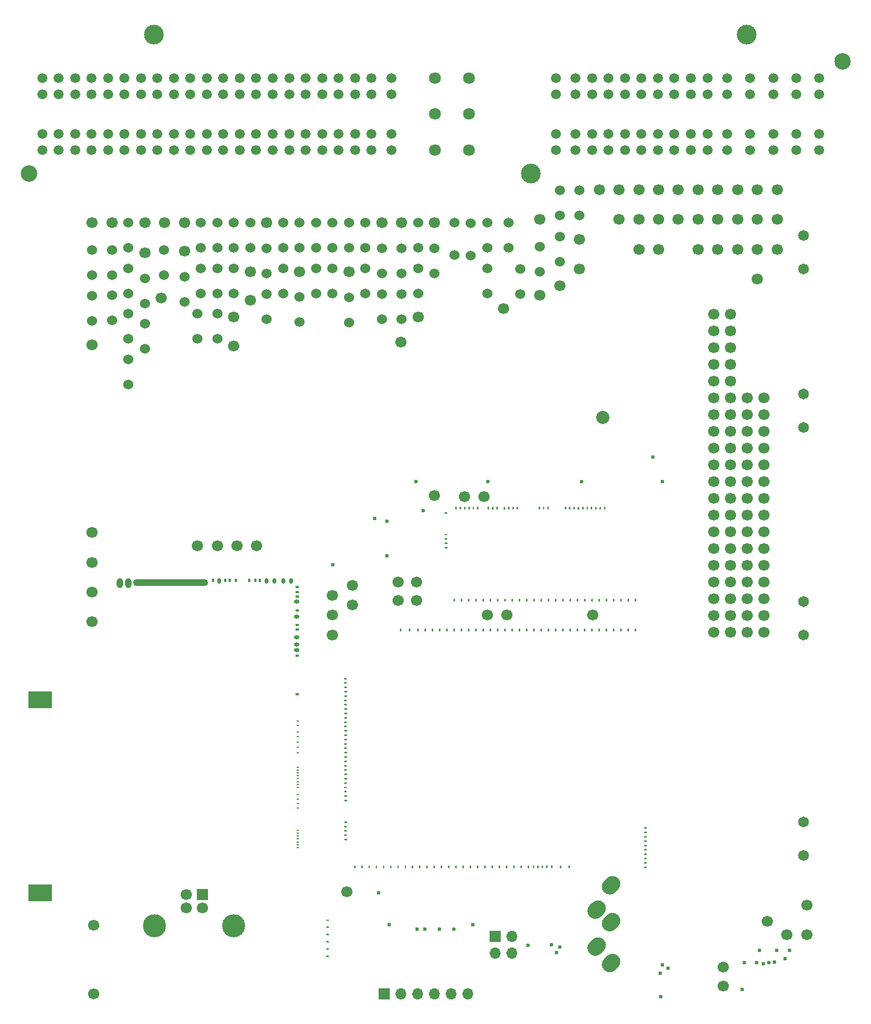
<source format=gbs>
G04 #@! TF.GenerationSoftware,KiCad,Pcbnew,(5.99.0-12439-g94954386e6)*
G04 #@! TF.CreationDate,2021-09-21T06:06:15+03:00*
G04 #@! TF.ProjectId,hellen154hyundai,68656c6c-656e-4313-9534-6879756e6461,b*
G04 #@! TF.SameCoordinates,PX5f5e100PYc845880*
G04 #@! TF.FileFunction,Soldermask,Bot*
G04 #@! TF.FilePolarity,Negative*
%FSLAX46Y46*%
G04 Gerber Fmt 4.6, Leading zero omitted, Abs format (unit mm)*
G04 Created by KiCad (PCBNEW (5.99.0-12439-g94954386e6)) date 2021-09-21 06:06:15*
%MOMM*%
%LPD*%
G01*
G04 APERTURE LIST*
%ADD10C,1.700000*%
%ADD11C,1.524000*%
%ADD12R,1.700000X1.700000*%
%ADD13O,1.700000X1.700000*%
%ADD14C,3.000000*%
%ADD15C,2.500000*%
%ADD16C,1.500000*%
%ADD17C,1.800000*%
%ADD18C,3.500000*%
%ADD19C,1.650000*%
%ADD20C,0.599999*%
%ADD21O,1.000001X1.500000*%
%ADD22O,11.400000X1.100000*%
%ADD23O,0.399999X0.599999*%
%ADD24O,0.599999X0.800001*%
%ADD25O,0.599999X0.399999*%
%ADD26O,0.800001X0.599999*%
%ADD27O,0.399999X0.200000*%
%ADD28C,2.000000*%
%ADD29R,3.600000X2.600000*%
G04 APERTURE END LIST*
D10*
G04 #@! TO.C,P37*
X104500000Y128500000D03*
G04 #@! TD*
D11*
G04 #@! TO.C,R31*
X33000000Y105895000D03*
X33000000Y109705000D03*
G04 #@! TD*
D10*
G04 #@! TO.C,P33*
X128500000Y119500000D03*
G04 #@! TD*
G04 #@! TO.C,P46*
X113500000Y124000000D03*
G04 #@! TD*
D12*
G04 #@! TO.C,J3*
X71880000Y6500000D03*
D13*
X74420000Y6500000D03*
X76960000Y6500000D03*
X79500000Y6500000D03*
X82040000Y6500000D03*
X84580000Y6500000D03*
G04 #@! TD*
D11*
G04 #@! TO.C,F1*
X85000000Y123450000D03*
X85000000Y118550000D03*
G04 #@! TD*
D10*
G04 #@! TO.C,P85*
X66200000Y22000000D03*
G04 #@! TD*
G04 #@! TO.C,P53*
X122500000Y128500000D03*
G04 #@! TD*
G04 #@! TO.C,G9*
X126979999Y74110000D03*
X126979999Y76650000D03*
X126979999Y79190000D03*
X126979999Y81730000D03*
X126979999Y84270000D03*
X129519999Y74110000D03*
X129519999Y76650000D03*
X129519999Y79190000D03*
X129519999Y81730000D03*
X129519999Y84270000D03*
G04 #@! TD*
G04 #@! TO.C,P14*
X79500000Y123505000D03*
G04 #@! TD*
D14*
G04 #@! TO.C,P1*
X36912500Y152100000D03*
D15*
X141412500Y148000000D03*
D14*
X94112500Y131000000D03*
D15*
X17912500Y131000000D03*
D14*
X126912500Y152100000D03*
D16*
X137912500Y145500000D03*
X134412500Y145500000D03*
X130912500Y145500000D03*
X127412500Y145500000D03*
X123912500Y145500000D03*
X120912500Y145500000D03*
X118412500Y145500000D03*
X115912500Y145500000D03*
X113412500Y145500000D03*
X110912500Y145500000D03*
X108412500Y145500000D03*
X105912500Y145500000D03*
X103412500Y145500000D03*
X100912500Y145500000D03*
X97912500Y145500000D03*
X137912500Y143000000D03*
X134412500Y143000000D03*
X130912500Y143000000D03*
X127412500Y143000000D03*
X123912500Y143000000D03*
X120912500Y143000000D03*
X118412500Y143000000D03*
X115912500Y143000000D03*
X113412500Y143000000D03*
X110912500Y143000000D03*
X108412500Y143000000D03*
X105912500Y143000000D03*
X103412500Y143000000D03*
X100912500Y143000000D03*
X97912500Y143000000D03*
X137912500Y137000000D03*
X134412500Y137000000D03*
X130912500Y137000000D03*
X127412500Y137000000D03*
X123912500Y137000000D03*
X120912500Y137000000D03*
X118412500Y137000000D03*
X115912500Y137000000D03*
X113412500Y137000000D03*
X110912500Y137000000D03*
X108412500Y137000000D03*
X105912500Y137000000D03*
X103412500Y137000000D03*
X100912500Y137000000D03*
X97912500Y137000000D03*
X137912500Y134500000D03*
X134412500Y134500000D03*
X130912500Y134500000D03*
X127412500Y134500000D03*
X123912500Y134500000D03*
X120912500Y134500000D03*
X118412500Y134500000D03*
X115912500Y134500000D03*
X113412500Y134500000D03*
X110912500Y134500000D03*
X108412500Y134500000D03*
X105912500Y134500000D03*
X103412500Y134500000D03*
X100912500Y134500000D03*
X97912500Y134500000D03*
D17*
X84712500Y145500000D03*
X79512500Y145500000D03*
X84712500Y140000000D03*
X79512500Y140000000D03*
X84712500Y134500000D03*
X79512500Y134500000D03*
D16*
X72912500Y145500000D03*
X69912500Y145500000D03*
X67412500Y145500000D03*
X64912500Y145500000D03*
X62412500Y145500000D03*
X59912500Y145500000D03*
X57412500Y145500000D03*
X54912500Y145500000D03*
X52412500Y145500000D03*
X49912500Y145500000D03*
X47412500Y145500000D03*
X44912500Y145500000D03*
X42412500Y145500000D03*
X39912500Y145500000D03*
X37412500Y145500000D03*
X34912500Y145500000D03*
X32412500Y145500000D03*
X29912500Y145500000D03*
X27412500Y145500000D03*
X24912500Y145500000D03*
X22412500Y145500000D03*
X19912500Y145500000D03*
X72912500Y143000000D03*
X69912500Y143000000D03*
X67412500Y143000000D03*
X64912500Y143000000D03*
X62412500Y143000000D03*
X59912500Y143000000D03*
X57412500Y143000000D03*
X54912500Y143000000D03*
X52412500Y143000000D03*
X49912500Y143000000D03*
X47412500Y143000000D03*
X44912500Y143000000D03*
X42412500Y143000000D03*
X39912500Y143000000D03*
X37412500Y143000000D03*
X34912500Y143000000D03*
X32412500Y143000000D03*
X29912500Y143000000D03*
X27412500Y143000000D03*
X24912500Y143000000D03*
X22412500Y143000000D03*
X19912500Y143000000D03*
X72912500Y137000000D03*
X69912500Y137000000D03*
X67412500Y137000000D03*
X64912500Y137000000D03*
X62412500Y137000000D03*
X59912500Y137000000D03*
X57412500Y137000000D03*
X54912500Y137000000D03*
X52412500Y137000000D03*
X49912500Y137000000D03*
X47412500Y137000000D03*
X44912500Y137000000D03*
X42412500Y137000000D03*
X39912500Y137000000D03*
X37412500Y137000000D03*
X34912500Y137000000D03*
X32412500Y137000000D03*
X29912500Y137000000D03*
X27412500Y137000000D03*
X24912500Y137000000D03*
X22412500Y137000000D03*
X19912500Y137000000D03*
X72912500Y134500000D03*
X69912500Y134500000D03*
X67412500Y134500000D03*
X64912500Y134500000D03*
X62412500Y134500000D03*
X59912500Y134500000D03*
X57412500Y134500000D03*
X54912500Y134500000D03*
X52412500Y134500000D03*
X49912500Y134500000D03*
X47412500Y134500000D03*
X44912500Y134500000D03*
X42412500Y134500000D03*
X39912500Y134500000D03*
X37412500Y134500000D03*
X34912500Y134500000D03*
X32412500Y134500000D03*
X29912500Y134500000D03*
X27412500Y134500000D03*
X24912500Y134500000D03*
X22412500Y134500000D03*
X19912500Y134500000D03*
G04 #@! TD*
D11*
G04 #@! TO.C,R17*
X41500000Y111495000D03*
X41500000Y115305000D03*
G04 #@! TD*
D10*
G04 #@! TO.C,P45*
X116500000Y128500000D03*
G04 #@! TD*
D11*
G04 #@! TO.C,R30*
X35500000Y111295000D03*
X35500000Y115105000D03*
G04 #@! TD*
G04 #@! TO.C,R26*
X64000000Y112795000D03*
X64000000Y116605000D03*
G04 #@! TD*
D12*
G04 #@! TO.C,J40*
X44250000Y21577500D03*
D10*
X41750000Y21577500D03*
X41750000Y19577500D03*
X44250000Y19577500D03*
D18*
X49020000Y16867500D03*
X36980000Y16867500D03*
G04 #@! TD*
D10*
G04 #@! TO.C,P31*
X95500000Y112500000D03*
G04 #@! TD*
G04 #@! TO.C,P87*
X123300000Y10600000D03*
G04 #@! TD*
G04 #@! TO.C,P25*
X116500000Y124000000D03*
G04 #@! TD*
G04 #@! TO.C,P61*
X43500000Y74500000D03*
G04 #@! TD*
G04 #@! TO.C,P3*
X74400000Y105400000D03*
G04 #@! TD*
G04 #@! TO.C,P68*
X67000000Y68500000D03*
G04 #@! TD*
D11*
G04 #@! TO.C,R52*
X46500000Y119695000D03*
X46500000Y123505000D03*
G04 #@! TD*
G04 #@! TO.C,R49*
X56500000Y112745001D03*
X56500000Y116555001D03*
G04 #@! TD*
D10*
G04 #@! TO.C,P80*
X74000000Y66200000D03*
G04 #@! TD*
G04 #@! TO.C,P42*
X125500000Y124000000D03*
G04 #@! TD*
D11*
G04 #@! TO.C,R25*
X69000000Y112795000D03*
X69000000Y116605000D03*
G04 #@! TD*
G04 #@! TO.C,R28*
X54000000Y108895000D03*
X54000000Y112705000D03*
G04 #@! TD*
D10*
G04 #@! TO.C,P24*
X122500000Y119500000D03*
G04 #@! TD*
D11*
G04 #@! TO.C,R18*
X35500000Y104395000D03*
X35500000Y108205000D03*
G04 #@! TD*
D10*
G04 #@! TO.C,P86*
X123300000Y7700000D03*
G04 #@! TD*
G04 #@! TO.C,G7*
X126980000Y86810001D03*
X126980000Y89350001D03*
X126980000Y91890001D03*
X126980000Y94430001D03*
X126980000Y96970001D03*
X129520000Y86810001D03*
X129520000Y89350001D03*
X129520000Y91890001D03*
X129520000Y94430001D03*
X129520000Y96970001D03*
G04 #@! TD*
G04 #@! TO.C,P77*
X90500000Y64000000D03*
G04 #@! TD*
G04 #@! TO.C,P10*
X27500000Y105000000D03*
G04 #@! TD*
G04 #@! TO.C,P29*
X110500000Y124000000D03*
G04 #@! TD*
G04 #@! TO.C,P41*
X128500000Y124000000D03*
G04 #@! TD*
G04 #@! TO.C,P51*
X128500000Y128500000D03*
G04 #@! TD*
G04 #@! TO.C,M7*
G36*
G01*
X63150004Y17824995D02*
X63400002Y17824995D01*
G75*
G02*
X63525002Y17699995I0J-125000D01*
G01*
X63525002Y17699995D01*
G75*
G02*
X63400002Y17574995I-125000J0D01*
G01*
X63150004Y17574995D01*
G75*
G02*
X63025004Y17699995I0J125000D01*
G01*
X63025004Y17699995D01*
G75*
G02*
X63150004Y17824995I125000J0D01*
G01*
G37*
G36*
G01*
X63150004Y16724997D02*
X63400002Y16724997D01*
G75*
G02*
X63525002Y16599997I0J-125000D01*
G01*
X63525002Y16599997D01*
G75*
G02*
X63400002Y16474997I-125000J0D01*
G01*
X63150004Y16474997D01*
G75*
G02*
X63025004Y16599997I0J125000D01*
G01*
X63025004Y16599997D01*
G75*
G02*
X63150004Y16724997I125000J0D01*
G01*
G37*
G36*
G01*
X63150004Y15624999D02*
X63400002Y15624999D01*
G75*
G02*
X63525002Y15499999I0J-125000D01*
G01*
X63525002Y15499999D01*
G75*
G02*
X63400002Y15374999I-125000J0D01*
G01*
X63150004Y15374999D01*
G75*
G02*
X63025004Y15499999I0J125000D01*
G01*
X63025004Y15499999D01*
G75*
G02*
X63150004Y15624999I125000J0D01*
G01*
G37*
G36*
G01*
X63150004Y14525001D02*
X63400002Y14525001D01*
G75*
G02*
X63525002Y14400001I0J-125000D01*
G01*
X63525002Y14400001D01*
G75*
G02*
X63400002Y14275001I-125000J0D01*
G01*
X63150004Y14275001D01*
G75*
G02*
X63025004Y14400001I0J125000D01*
G01*
X63025004Y14400001D01*
G75*
G02*
X63150004Y14525001I125000J0D01*
G01*
G37*
G36*
G01*
X63150004Y13425003D02*
X63400002Y13425003D01*
G75*
G02*
X63525002Y13300003I0J-125000D01*
G01*
X63525002Y13300003D01*
G75*
G02*
X63400002Y13175003I-125000J0D01*
G01*
X63150004Y13175003D01*
G75*
G02*
X63025004Y13300003I0J125000D01*
G01*
X63025004Y13300003D01*
G75*
G02*
X63150004Y13425003I125000J0D01*
G01*
G37*
G36*
G01*
X63150004Y12325006D02*
X63400002Y12325006D01*
G75*
G02*
X63525002Y12200006I0J-125000D01*
G01*
X63525002Y12200006D01*
G75*
G02*
X63400002Y12075006I-125000J0D01*
G01*
X63150004Y12075006D01*
G75*
G02*
X63025004Y12200006I0J125000D01*
G01*
X63025004Y12200006D01*
G75*
G02*
X63150004Y12325006I125000J0D01*
G01*
G37*
G04 #@! TD*
D11*
G04 #@! TO.C,R32*
X77000000Y119695000D03*
X77000000Y123505000D03*
G04 #@! TD*
D10*
G04 #@! TO.C,P44*
X119500000Y128500000D03*
G04 #@! TD*
D11*
G04 #@! TO.C,R58*
X101500000Y124595000D03*
X101500000Y128405000D03*
G04 #@! TD*
G04 #@! TO.C,R11*
X56500000Y119695000D03*
X56500000Y123505000D03*
G04 #@! TD*
D10*
G04 #@! TO.C,P13*
X35500000Y119000000D03*
G04 #@! TD*
G04 #@! TO.C,G5*
X121900000Y61410000D03*
X121900000Y63950000D03*
X121900000Y66490000D03*
X121900000Y69030000D03*
X121900000Y71570000D03*
X124440000Y61410000D03*
X124440000Y63950000D03*
X124440000Y66490000D03*
X124440000Y69030000D03*
X124440000Y71570000D03*
G04 #@! TD*
G04 #@! TO.C,P56*
X136000000Y20000000D03*
G04 #@! TD*
G04 #@! TO.C,P7*
X59000000Y116100000D03*
G04 #@! TD*
G04 #@! TO.C,P23*
X128500000Y115000000D03*
G04 #@! TD*
G04 #@! TO.C,P21*
X30500000Y123500000D03*
G04 #@! TD*
D11*
G04 #@! TO.C,R10*
X59000000Y108495000D03*
X59000000Y112305000D03*
G04 #@! TD*
D10*
G04 #@! TO.C,P66*
X46500000Y74500000D03*
G04 #@! TD*
D11*
G04 #@! TO.C,R44*
X27500000Y108595000D03*
X27500000Y112405000D03*
G04 #@! TD*
G04 #@! TO.C,R39*
X49000000Y112795000D03*
X49000000Y116605000D03*
G04 #@! TD*
G04 #@! TO.C,R43*
X33000000Y112795000D03*
X33000000Y116605000D03*
G04 #@! TD*
G04 #@! TO.C,R4*
X87500000Y119690000D03*
X87500000Y123500000D03*
G04 #@! TD*
G04 #@! TO.C,R12*
X46500000Y105895000D03*
X46500000Y109705000D03*
G04 #@! TD*
D10*
G04 #@! TO.C,P18*
X41500000Y123500000D03*
G04 #@! TD*
D11*
G04 #@! TO.C,R19*
X33000000Y98995000D03*
X33000000Y102805000D03*
G04 #@! TD*
D10*
G04 #@! TO.C,P27*
X113500000Y119500000D03*
G04 #@! TD*
G04 #@! TO.C,P50*
X131500000Y128500000D03*
G04 #@! TD*
D11*
G04 #@! TO.C,R20*
X30500000Y108695000D03*
X30500000Y112505000D03*
G04 #@! TD*
D10*
G04 #@! TO.C,P59*
X136000000Y15500000D03*
G04 #@! TD*
G04 #@! TO.C,P62*
X27500000Y63000000D03*
G04 #@! TD*
G04 #@! TO.C,G10*
X121900000Y99510000D03*
X121900000Y102050000D03*
X121900000Y104590000D03*
X121900000Y107130000D03*
X121900000Y109670000D03*
X124440000Y99510000D03*
X124440000Y102050000D03*
X124440000Y104590000D03*
X124440000Y107130000D03*
X124440000Y109670000D03*
G04 #@! TD*
G04 #@! TO.C,G4*
X121900000Y74110000D03*
X121900000Y76650000D03*
X121900000Y79190000D03*
X121900000Y81730000D03*
X121900000Y84270000D03*
X124440000Y74110000D03*
X124440000Y76650000D03*
X124440000Y79190000D03*
X124440000Y81730000D03*
X124440000Y84270000D03*
G04 #@! TD*
G04 #@! TO.C,P12*
X41500000Y119200000D03*
G04 #@! TD*
D19*
G04 #@! TO.C,F6*
X135500000Y121580000D03*
X135500000Y116500000D03*
G04 #@! TD*
D11*
G04 #@! TO.C,R35*
X61500000Y112795000D03*
X61500000Y116605000D03*
G04 #@! TD*
D19*
G04 #@! TO.C,F4*
X135500000Y66080000D03*
X135500000Y61000000D03*
G04 #@! TD*
D11*
G04 #@! TO.C,R21*
X30500000Y115595000D03*
X30500000Y119405000D03*
G04 #@! TD*
G04 #@! TO.C,R29*
X43500000Y105895000D03*
X43500000Y109705000D03*
G04 #@! TD*
G04 #@! TO.C,R53*
X44000000Y119695000D03*
X44000000Y123505000D03*
G04 #@! TD*
G04 #@! TO.C,F2*
X82500000Y123500000D03*
X82500000Y118600000D03*
G04 #@! TD*
D10*
G04 #@! TO.C,P28*
X110500000Y119500000D03*
G04 #@! TD*
D11*
G04 #@! TO.C,R42*
X38400000Y115595000D03*
X38400000Y119405000D03*
G04 #@! TD*
G04 #@! TO.C,R55*
X95500000Y116095000D03*
X95500000Y119905000D03*
G04 #@! TD*
D10*
G04 #@! TO.C,P36*
X107500000Y124000000D03*
G04 #@! TD*
G04 #@! TO.C,J25*
G36*
G01*
X105160660Y20360660D02*
X105160660Y20360660D01*
G75*
G02*
X105160660Y18663604I-848528J-848528D01*
G01*
X104736396Y18239340D01*
G75*
G02*
X103039340Y18239340I-848528J848528D01*
G01*
X103039340Y18239340D01*
G75*
G02*
X103039340Y19936396I848528J848528D01*
G01*
X103463604Y20360660D01*
G75*
G02*
X105160660Y20360660I848528J-848528D01*
G01*
G37*
G36*
G01*
X107360660Y18460660D02*
X107360660Y18460660D01*
G75*
G02*
X107360660Y16763604I-848528J-848528D01*
G01*
X106936396Y16339340D01*
G75*
G02*
X105239340Y16339340I-848528J848528D01*
G01*
X105239340Y16339340D01*
G75*
G02*
X105239340Y18036396I848528J848528D01*
G01*
X105663604Y18460660D01*
G75*
G02*
X107360660Y18460660I848528J-848528D01*
G01*
G37*
G36*
G01*
X107360660Y12260660D02*
X107360660Y12260660D01*
G75*
G02*
X107360660Y10563604I-848528J-848528D01*
G01*
X106936396Y10139340D01*
G75*
G02*
X105239340Y10139340I-848528J848528D01*
G01*
X105239340Y10139340D01*
G75*
G02*
X105239340Y11836396I848528J848528D01*
G01*
X105663604Y12260660D01*
G75*
G02*
X107360660Y12260660I848528J-848528D01*
G01*
G37*
G36*
G01*
X105160660Y14760660D02*
X105160660Y14760660D01*
G75*
G02*
X105160660Y13063604I-848528J-848528D01*
G01*
X104736396Y12639340D01*
G75*
G02*
X103039340Y12639340I-848528J848528D01*
G01*
X103039340Y12639340D01*
G75*
G02*
X103039340Y14336396I848528J848528D01*
G01*
X103463604Y14760660D01*
G75*
G02*
X105160660Y14760660I848528J-848528D01*
G01*
G37*
G36*
G01*
X107360660Y24060660D02*
X107360660Y24060660D01*
G75*
G02*
X107360660Y22363604I-848528J-848528D01*
G01*
X106936396Y21939340D01*
G75*
G02*
X105239340Y21939340I-848528J848528D01*
G01*
X105239340Y21939340D01*
G75*
G02*
X105239340Y23636396I848528J848528D01*
G01*
X105663604Y24060660D01*
G75*
G02*
X107360660Y24060660I848528J-848528D01*
G01*
G37*
G04 #@! TD*
D11*
G04 #@! TO.C,R24*
X71500000Y108895000D03*
X71500000Y112705000D03*
G04 #@! TD*
D10*
G04 #@! TO.C,P9*
X38000000Y112100000D03*
G04 #@! TD*
G04 #@! TO.C,P38*
X101500000Y116500000D03*
G04 #@! TD*
D19*
G04 #@! TO.C,F3*
X135500000Y32580000D03*
X135500000Y27500000D03*
G04 #@! TD*
D10*
G04 #@! TO.C,P71*
X64000000Y64000000D03*
G04 #@! TD*
G04 #@! TO.C,P57*
X130000000Y17500000D03*
G04 #@! TD*
D12*
G04 #@! TO.C,J39*
X88725000Y15220000D03*
D13*
X91265000Y15220000D03*
X88725000Y12680000D03*
X91265000Y12680000D03*
G04 #@! TD*
D10*
G04 #@! TO.C,P32*
X131500000Y119500000D03*
G04 #@! TD*
G04 #@! TO.C,P20*
X35500000Y123500000D03*
G04 #@! TD*
D11*
G04 #@! TO.C,R51*
X49000000Y119695000D03*
X49000000Y123505000D03*
G04 #@! TD*
G04 #@! TO.C,R36*
X59000000Y119695000D03*
X59000000Y123505000D03*
G04 #@! TD*
G04 #@! TO.C,R57*
X90700000Y119690000D03*
X90700000Y123500000D03*
G04 #@! TD*
D20*
G04 #@! TO.C,M2*
X128436869Y11294889D03*
X128861877Y13129899D03*
X129411874Y11079891D03*
X130286833Y11294886D03*
X131136856Y11369893D03*
X131461872Y13129899D03*
X132761839Y11819899D03*
X133411856Y13129899D03*
X126236853Y7204884D03*
X126536855Y11279890D03*
G04 #@! TD*
D19*
G04 #@! TO.C,F5*
X135500000Y97540000D03*
X135500000Y92460000D03*
G04 #@! TD*
D20*
G04 #@! TO.C,M11*
X114075769Y84212480D03*
X87612502Y84212480D03*
X76712503Y84212480D03*
X101812501Y84212480D03*
X112687496Y88012492D03*
G04 #@! TD*
D11*
G04 #@! TO.C,R33*
X74500000Y115795000D03*
X74500000Y119605000D03*
G04 #@! TD*
D20*
G04 #@! TO.C,M10*
X64066016Y71637888D03*
X72291016Y72962892D03*
X72273511Y78195386D03*
X70391015Y78687892D03*
X77741008Y79812878D03*
G04 #@! TD*
G04 #@! TO.C,M3*
G36*
G01*
X65860503Y30053625D02*
X66110503Y30053625D01*
G75*
G02*
X66235503Y29928625I0J-125000D01*
G01*
X66235503Y29928625D01*
G75*
G02*
X66110503Y29803625I-125000J0D01*
G01*
X65860503Y29803625D01*
G75*
G02*
X65735503Y29928625I0J125000D01*
G01*
X65735503Y29928625D01*
G75*
G02*
X65860503Y30053625I125000J0D01*
G01*
G37*
G36*
G01*
X66110503Y30463623D02*
X65860503Y30463623D01*
G75*
G02*
X65735503Y30588623I0J125000D01*
G01*
X65735503Y30588623D01*
G75*
G02*
X65860503Y30713623I125000J0D01*
G01*
X66110503Y30713623D01*
G75*
G02*
X66235503Y30588623I0J-125000D01*
G01*
X66235503Y30588623D01*
G75*
G02*
X66110503Y30463623I-125000J0D01*
G01*
G37*
G36*
G01*
X66110503Y31123628D02*
X65860503Y31123628D01*
G75*
G02*
X65735503Y31248628I0J125000D01*
G01*
X65735503Y31248628D01*
G75*
G02*
X65860503Y31373628I125000J0D01*
G01*
X66110503Y31373628D01*
G75*
G02*
X66235503Y31248628I0J-125000D01*
G01*
X66235503Y31248628D01*
G75*
G02*
X66110503Y31123628I-125000J0D01*
G01*
G37*
G36*
G01*
X66110503Y31783623D02*
X65860503Y31783623D01*
G75*
G02*
X65735503Y31908623I0J125000D01*
G01*
X65735503Y31908623D01*
G75*
G02*
X65860503Y32033623I125000J0D01*
G01*
X66110503Y32033623D01*
G75*
G02*
X66235503Y31908623I0J-125000D01*
G01*
X66235503Y31908623D01*
G75*
G02*
X66110503Y31783623I-125000J0D01*
G01*
G37*
G36*
G01*
X66110503Y32443625D02*
X65860503Y32443625D01*
G75*
G02*
X65735503Y32568625I0J125000D01*
G01*
X65735503Y32568625D01*
G75*
G02*
X65860503Y32693625I125000J0D01*
G01*
X66110503Y32693625D01*
G75*
G02*
X66235503Y32568625I0J-125000D01*
G01*
X66235503Y32568625D01*
G75*
G02*
X66110503Y32443625I-125000J0D01*
G01*
G37*
G36*
G01*
X66110503Y35743626D02*
X65860503Y35743626D01*
G75*
G02*
X65735503Y35868626I0J125000D01*
G01*
X65735503Y35868626D01*
G75*
G02*
X65860503Y35993626I125000J0D01*
G01*
X66110503Y35993626D01*
G75*
G02*
X66235503Y35868626I0J-125000D01*
G01*
X66235503Y35868626D01*
G75*
G02*
X66110503Y35743626I-125000J0D01*
G01*
G37*
G36*
G01*
X66110503Y36403627D02*
X65860503Y36403627D01*
G75*
G02*
X65735503Y36528627I0J125000D01*
G01*
X65735503Y36528627D01*
G75*
G02*
X65860503Y36653627I125000J0D01*
G01*
X66110503Y36653627D01*
G75*
G02*
X66235503Y36528627I0J-125000D01*
G01*
X66235503Y36528627D01*
G75*
G02*
X66110503Y36403627I-125000J0D01*
G01*
G37*
G36*
G01*
X66110503Y37063629D02*
X65860503Y37063629D01*
G75*
G02*
X65735503Y37188629I0J125000D01*
G01*
X65735503Y37188629D01*
G75*
G02*
X65860503Y37313629I125000J0D01*
G01*
X66110503Y37313629D01*
G75*
G02*
X66235503Y37188629I0J-125000D01*
G01*
X66235503Y37188629D01*
G75*
G02*
X66110503Y37063629I-125000J0D01*
G01*
G37*
G36*
G01*
X66110503Y37723627D02*
X65860503Y37723627D01*
G75*
G02*
X65735503Y37848627I0J125000D01*
G01*
X65735503Y37848627D01*
G75*
G02*
X65860503Y37973627I125000J0D01*
G01*
X66110503Y37973627D01*
G75*
G02*
X66235503Y37848627I0J-125000D01*
G01*
X66235503Y37848627D01*
G75*
G02*
X66110503Y37723627I-125000J0D01*
G01*
G37*
G36*
G01*
X66110503Y38383629D02*
X65860503Y38383629D01*
G75*
G02*
X65735503Y38508629I0J125000D01*
G01*
X65735503Y38508629D01*
G75*
G02*
X65860503Y38633629I125000J0D01*
G01*
X66110503Y38633629D01*
G75*
G02*
X66235503Y38508629I0J-125000D01*
G01*
X66235503Y38508629D01*
G75*
G02*
X66110503Y38383629I-125000J0D01*
G01*
G37*
G36*
G01*
X66110503Y39043627D02*
X65860503Y39043627D01*
G75*
G02*
X65735503Y39168627I0J125000D01*
G01*
X65735503Y39168627D01*
G75*
G02*
X65860503Y39293627I125000J0D01*
G01*
X66110503Y39293627D01*
G75*
G02*
X66235503Y39168627I0J-125000D01*
G01*
X66235503Y39168627D01*
G75*
G02*
X66110503Y39043627I-125000J0D01*
G01*
G37*
G36*
G01*
X66110503Y39703628D02*
X65860503Y39703628D01*
G75*
G02*
X65735503Y39828628I0J125000D01*
G01*
X65735503Y39828628D01*
G75*
G02*
X65860503Y39953628I125000J0D01*
G01*
X66110503Y39953628D01*
G75*
G02*
X66235503Y39828628I0J-125000D01*
G01*
X66235503Y39828628D01*
G75*
G02*
X66110503Y39703628I-125000J0D01*
G01*
G37*
G36*
G01*
X66110503Y40363627D02*
X65860503Y40363627D01*
G75*
G02*
X65735503Y40488627I0J125000D01*
G01*
X65735503Y40488627D01*
G75*
G02*
X65860503Y40613627I125000J0D01*
G01*
X66110503Y40613627D01*
G75*
G02*
X66235503Y40488627I0J-125000D01*
G01*
X66235503Y40488627D01*
G75*
G02*
X66110503Y40363627I-125000J0D01*
G01*
G37*
G36*
G01*
X66110503Y41023628D02*
X65860503Y41023628D01*
G75*
G02*
X65735503Y41148628I0J125000D01*
G01*
X65735503Y41148628D01*
G75*
G02*
X65860503Y41273628I125000J0D01*
G01*
X66110503Y41273628D01*
G75*
G02*
X66235503Y41148628I0J-125000D01*
G01*
X66235503Y41148628D01*
G75*
G02*
X66110503Y41023628I-125000J0D01*
G01*
G37*
G36*
G01*
X66110503Y41683627D02*
X65860503Y41683627D01*
G75*
G02*
X65735503Y41808627I0J125000D01*
G01*
X65735503Y41808627D01*
G75*
G02*
X65860503Y41933627I125000J0D01*
G01*
X66110503Y41933627D01*
G75*
G02*
X66235503Y41808627I0J-125000D01*
G01*
X66235503Y41808627D01*
G75*
G02*
X66110503Y41683627I-125000J0D01*
G01*
G37*
G36*
G01*
X66110503Y42343628D02*
X65860503Y42343628D01*
G75*
G02*
X65735503Y42468628I0J125000D01*
G01*
X65735503Y42468628D01*
G75*
G02*
X65860503Y42593628I125000J0D01*
G01*
X66110503Y42593628D01*
G75*
G02*
X66235503Y42468628I0J-125000D01*
G01*
X66235503Y42468628D01*
G75*
G02*
X66110503Y42343628I-125000J0D01*
G01*
G37*
G36*
G01*
X66110503Y43003627D02*
X65860503Y43003627D01*
G75*
G02*
X65735503Y43128627I0J125000D01*
G01*
X65735503Y43128627D01*
G75*
G02*
X65860503Y43253627I125000J0D01*
G01*
X66110503Y43253627D01*
G75*
G02*
X66235503Y43128627I0J-125000D01*
G01*
X66235503Y43128627D01*
G75*
G02*
X66110503Y43003627I-125000J0D01*
G01*
G37*
G36*
G01*
X66110503Y43663628D02*
X65860503Y43663628D01*
G75*
G02*
X65735503Y43788628I0J125000D01*
G01*
X65735503Y43788628D01*
G75*
G02*
X65860503Y43913628I125000J0D01*
G01*
X66110503Y43913628D01*
G75*
G02*
X66235503Y43788628I0J-125000D01*
G01*
X66235503Y43788628D01*
G75*
G02*
X66110503Y43663628I-125000J0D01*
G01*
G37*
G36*
G01*
X66110503Y44323627D02*
X65860503Y44323627D01*
G75*
G02*
X65735503Y44448627I0J125000D01*
G01*
X65735503Y44448627D01*
G75*
G02*
X65860503Y44573627I125000J0D01*
G01*
X66110503Y44573627D01*
G75*
G02*
X66235503Y44448627I0J-125000D01*
G01*
X66235503Y44448627D01*
G75*
G02*
X66110503Y44323627I-125000J0D01*
G01*
G37*
G36*
G01*
X66110503Y44983628D02*
X65860503Y44983628D01*
G75*
G02*
X65735503Y45108628I0J125000D01*
G01*
X65735503Y45108628D01*
G75*
G02*
X65860503Y45233628I125000J0D01*
G01*
X66110503Y45233628D01*
G75*
G02*
X66235503Y45108628I0J-125000D01*
G01*
X66235503Y45108628D01*
G75*
G02*
X66110503Y44983628I-125000J0D01*
G01*
G37*
G36*
G01*
X66110503Y45643627D02*
X65860503Y45643627D01*
G75*
G02*
X65735503Y45768627I0J125000D01*
G01*
X65735503Y45768627D01*
G75*
G02*
X65860503Y45893627I125000J0D01*
G01*
X66110503Y45893627D01*
G75*
G02*
X66235503Y45768627I0J-125000D01*
G01*
X66235503Y45768627D01*
G75*
G02*
X66110503Y45643627I-125000J0D01*
G01*
G37*
G36*
G01*
X66110503Y46303628D02*
X65860503Y46303628D01*
G75*
G02*
X65735503Y46428628I0J125000D01*
G01*
X65735503Y46428628D01*
G75*
G02*
X65860503Y46553628I125000J0D01*
G01*
X66110503Y46553628D01*
G75*
G02*
X66235503Y46428628I0J-125000D01*
G01*
X66235503Y46428628D01*
G75*
G02*
X66110503Y46303628I-125000J0D01*
G01*
G37*
G36*
G01*
X66110503Y46963627D02*
X65860503Y46963627D01*
G75*
G02*
X65735503Y47088627I0J125000D01*
G01*
X65735503Y47088627D01*
G75*
G02*
X65860503Y47213627I125000J0D01*
G01*
X66110503Y47213627D01*
G75*
G02*
X66235503Y47088627I0J-125000D01*
G01*
X66235503Y47088627D01*
G75*
G02*
X66110503Y46963627I-125000J0D01*
G01*
G37*
G36*
G01*
X66110503Y47623628D02*
X65860503Y47623628D01*
G75*
G02*
X65735503Y47748628I0J125000D01*
G01*
X65735503Y47748628D01*
G75*
G02*
X65860503Y47873628I125000J0D01*
G01*
X66110503Y47873628D01*
G75*
G02*
X66235503Y47748628I0J-125000D01*
G01*
X66235503Y47748628D01*
G75*
G02*
X66110503Y47623628I-125000J0D01*
G01*
G37*
G36*
G01*
X66110503Y48283627D02*
X65860503Y48283627D01*
G75*
G02*
X65735503Y48408627I0J125000D01*
G01*
X65735503Y48408627D01*
G75*
G02*
X65860503Y48533627I125000J0D01*
G01*
X66110503Y48533627D01*
G75*
G02*
X66235503Y48408627I0J-125000D01*
G01*
X66235503Y48408627D01*
G75*
G02*
X66110503Y48283627I-125000J0D01*
G01*
G37*
G36*
G01*
X66110503Y48943628D02*
X65860503Y48943628D01*
G75*
G02*
X65735503Y49068628I0J125000D01*
G01*
X65735503Y49068628D01*
G75*
G02*
X65860503Y49193628I125000J0D01*
G01*
X66110503Y49193628D01*
G75*
G02*
X66235503Y49068628I0J-125000D01*
G01*
X66235503Y49068628D01*
G75*
G02*
X66110503Y48943628I-125000J0D01*
G01*
G37*
G36*
G01*
X66110503Y49603626D02*
X65860503Y49603626D01*
G75*
G02*
X65735503Y49728626I0J125000D01*
G01*
X65735503Y49728626D01*
G75*
G02*
X65860503Y49853626I125000J0D01*
G01*
X66110503Y49853626D01*
G75*
G02*
X66235503Y49728626I0J-125000D01*
G01*
X66235503Y49728626D01*
G75*
G02*
X66110503Y49603626I-125000J0D01*
G01*
G37*
G36*
G01*
X66110503Y50263628D02*
X65860503Y50263628D01*
G75*
G02*
X65735503Y50388628I0J125000D01*
G01*
X65735503Y50388628D01*
G75*
G02*
X65860503Y50513628I125000J0D01*
G01*
X66110503Y50513628D01*
G75*
G02*
X66235503Y50388628I0J-125000D01*
G01*
X66235503Y50388628D01*
G75*
G02*
X66110503Y50263628I-125000J0D01*
G01*
G37*
G36*
G01*
X66110503Y50923626D02*
X65860503Y50923626D01*
G75*
G02*
X65735503Y51048626I0J125000D01*
G01*
X65735503Y51048626D01*
G75*
G02*
X65860503Y51173626I125000J0D01*
G01*
X66110503Y51173626D01*
G75*
G02*
X66235503Y51048626I0J-125000D01*
G01*
X66235503Y51048626D01*
G75*
G02*
X66110503Y50923626I-125000J0D01*
G01*
G37*
G36*
G01*
X66110503Y51583628D02*
X65860503Y51583628D01*
G75*
G02*
X65735503Y51708628I0J125000D01*
G01*
X65735503Y51708628D01*
G75*
G02*
X65860503Y51833628I125000J0D01*
G01*
X66110503Y51833628D01*
G75*
G02*
X66235503Y51708628I0J-125000D01*
G01*
X66235503Y51708628D01*
G75*
G02*
X66110503Y51583628I-125000J0D01*
G01*
G37*
G36*
G01*
X66110503Y52243626D02*
X65860503Y52243626D01*
G75*
G02*
X65735503Y52368626I0J125000D01*
G01*
X65735503Y52368626D01*
G75*
G02*
X65860503Y52493626I125000J0D01*
G01*
X66110503Y52493626D01*
G75*
G02*
X66235503Y52368626I0J-125000D01*
G01*
X66235503Y52368626D01*
G75*
G02*
X66110503Y52243626I-125000J0D01*
G01*
G37*
G36*
G01*
X66110503Y52903627D02*
X65860503Y52903627D01*
G75*
G02*
X65735503Y53028627I0J125000D01*
G01*
X65735503Y53028627D01*
G75*
G02*
X65860503Y53153627I125000J0D01*
G01*
X66110503Y53153627D01*
G75*
G02*
X66235503Y53028627I0J-125000D01*
G01*
X66235503Y53028627D01*
G75*
G02*
X66110503Y52903627I-125000J0D01*
G01*
G37*
G36*
G01*
X66110503Y53563626D02*
X65860503Y53563626D01*
G75*
G02*
X65735503Y53688626I0J125000D01*
G01*
X65735503Y53688626D01*
G75*
G02*
X65860503Y53813626I125000J0D01*
G01*
X66110503Y53813626D01*
G75*
G02*
X66235503Y53688626I0J-125000D01*
G01*
X66235503Y53688626D01*
G75*
G02*
X66110503Y53563626I-125000J0D01*
G01*
G37*
G36*
G01*
X66110503Y54223627D02*
X65860503Y54223627D01*
G75*
G02*
X65735503Y54348627I0J125000D01*
G01*
X65735503Y54348627D01*
G75*
G02*
X65860503Y54473627I125000J0D01*
G01*
X66110503Y54473627D01*
G75*
G02*
X66235503Y54348627I0J-125000D01*
G01*
X66235503Y54348627D01*
G75*
G02*
X66110503Y54223627I-125000J0D01*
G01*
G37*
G36*
G01*
X99807501Y25676623D02*
X99807501Y25926623D01*
G75*
G02*
X99932501Y26051623I125000J0D01*
G01*
X99932501Y26051623D01*
G75*
G02*
X100057501Y25926623I0J-125000D01*
G01*
X100057501Y25676623D01*
G75*
G02*
X99932501Y25551623I-125000J0D01*
G01*
X99932501Y25551623D01*
G75*
G02*
X99807501Y25676623I0J125000D01*
G01*
G37*
G36*
G01*
X98737499Y25926623D02*
X98737499Y25676623D01*
G75*
G02*
X98612499Y25551623I-125000J0D01*
G01*
X98612499Y25551623D01*
G75*
G02*
X98487499Y25676623I0J125000D01*
G01*
X98487499Y25926623D01*
G75*
G02*
X98612499Y26051623I125000J0D01*
G01*
X98612499Y26051623D01*
G75*
G02*
X98737499Y25926623I0J-125000D01*
G01*
G37*
G36*
G01*
X97417496Y25926623D02*
X97417496Y25676623D01*
G75*
G02*
X97292496Y25551623I-125000J0D01*
G01*
X97292496Y25551623D01*
G75*
G02*
X97167496Y25676623I0J125000D01*
G01*
X97167496Y25926623D01*
G75*
G02*
X97292496Y26051623I125000J0D01*
G01*
X97292496Y26051623D01*
G75*
G02*
X97417496Y25926623I0J-125000D01*
G01*
G37*
G36*
G01*
X96657498Y25926623D02*
X96657498Y25676623D01*
G75*
G02*
X96532498Y25551623I-125000J0D01*
G01*
X96532498Y25551623D01*
G75*
G02*
X96407498Y25676623I0J125000D01*
G01*
X96407498Y25926623D01*
G75*
G02*
X96532498Y26051623I125000J0D01*
G01*
X96532498Y26051623D01*
G75*
G02*
X96657498Y25926623I0J-125000D01*
G01*
G37*
G36*
G01*
X95992495Y25926623D02*
X95992495Y25676623D01*
G75*
G02*
X95867495Y25551623I-125000J0D01*
G01*
X95867495Y25551623D01*
G75*
G02*
X95742495Y25676623I0J125000D01*
G01*
X95742495Y25926623D01*
G75*
G02*
X95867495Y26051623I125000J0D01*
G01*
X95867495Y26051623D01*
G75*
G02*
X95992495Y25926623I0J-125000D01*
G01*
G37*
G36*
G01*
X95327493Y25926623D02*
X95327493Y25676623D01*
G75*
G02*
X95202493Y25551623I-125000J0D01*
G01*
X95202493Y25551623D01*
G75*
G02*
X95077493Y25676623I0J125000D01*
G01*
X95077493Y25926623D01*
G75*
G02*
X95202493Y26051623I125000J0D01*
G01*
X95202493Y26051623D01*
G75*
G02*
X95327493Y25926623I0J-125000D01*
G01*
G37*
G36*
G01*
X94662503Y25926623D02*
X94662503Y25676623D01*
G75*
G02*
X94537503Y25551623I-125000J0D01*
G01*
X94537503Y25551623D01*
G75*
G02*
X94412503Y25676623I0J125000D01*
G01*
X94412503Y25926623D01*
G75*
G02*
X94537503Y26051623I125000J0D01*
G01*
X94537503Y26051623D01*
G75*
G02*
X94662503Y25926623I0J-125000D01*
G01*
G37*
G36*
G01*
X93887503Y25926623D02*
X93887503Y25676623D01*
G75*
G02*
X93762503Y25551623I-125000J0D01*
G01*
X93762503Y25551623D01*
G75*
G02*
X93637503Y25676623I0J125000D01*
G01*
X93637503Y25926623D01*
G75*
G02*
X93762503Y26051623I125000J0D01*
G01*
X93762503Y26051623D01*
G75*
G02*
X93887503Y25926623I0J-125000D01*
G01*
G37*
G36*
G01*
X92787505Y25926623D02*
X92787505Y25676623D01*
G75*
G02*
X92662505Y25551623I-125000J0D01*
G01*
X92662505Y25551623D01*
G75*
G02*
X92537505Y25676623I0J125000D01*
G01*
X92537505Y25926623D01*
G75*
G02*
X92662505Y26051623I125000J0D01*
G01*
X92662505Y26051623D01*
G75*
G02*
X92787505Y25926623I0J-125000D01*
G01*
G37*
G36*
G01*
X91687508Y25926623D02*
X91687508Y25676623D01*
G75*
G02*
X91562508Y25551623I-125000J0D01*
G01*
X91562508Y25551623D01*
G75*
G02*
X91437508Y25676623I0J125000D01*
G01*
X91437508Y25926623D01*
G75*
G02*
X91562508Y26051623I125000J0D01*
G01*
X91562508Y26051623D01*
G75*
G02*
X91687508Y25926623I0J-125000D01*
G01*
G37*
G36*
G01*
X90587510Y25926623D02*
X90587510Y25676623D01*
G75*
G02*
X90462510Y25551623I-125000J0D01*
G01*
X90462510Y25551623D01*
G75*
G02*
X90337510Y25676623I0J125000D01*
G01*
X90337510Y25926623D01*
G75*
G02*
X90462510Y26051623I125000J0D01*
G01*
X90462510Y26051623D01*
G75*
G02*
X90587510Y25926623I0J-125000D01*
G01*
G37*
G36*
G01*
X89487512Y25926623D02*
X89487512Y25676623D01*
G75*
G02*
X89362512Y25551623I-125000J0D01*
G01*
X89362512Y25551623D01*
G75*
G02*
X89237512Y25676623I0J125000D01*
G01*
X89237512Y25926623D01*
G75*
G02*
X89362512Y26051623I125000J0D01*
G01*
X89362512Y26051623D01*
G75*
G02*
X89487512Y25926623I0J-125000D01*
G01*
G37*
G36*
G01*
X88387514Y25926623D02*
X88387514Y25676623D01*
G75*
G02*
X88262514Y25551623I-125000J0D01*
G01*
X88262514Y25551623D01*
G75*
G02*
X88137514Y25676623I0J125000D01*
G01*
X88137514Y25926623D01*
G75*
G02*
X88262514Y26051623I125000J0D01*
G01*
X88262514Y26051623D01*
G75*
G02*
X88387514Y25926623I0J-125000D01*
G01*
G37*
G36*
G01*
X87287516Y25926623D02*
X87287516Y25676623D01*
G75*
G02*
X87162516Y25551623I-125000J0D01*
G01*
X87162516Y25551623D01*
G75*
G02*
X87037516Y25676623I0J125000D01*
G01*
X87037516Y25926623D01*
G75*
G02*
X87162516Y26051623I125000J0D01*
G01*
X87162516Y26051623D01*
G75*
G02*
X87287516Y25926623I0J-125000D01*
G01*
G37*
G36*
G01*
X86187519Y25926623D02*
X86187519Y25676623D01*
G75*
G02*
X86062519Y25551623I-125000J0D01*
G01*
X86062519Y25551623D01*
G75*
G02*
X85937519Y25676623I0J125000D01*
G01*
X85937519Y25926623D01*
G75*
G02*
X86062519Y26051623I125000J0D01*
G01*
X86062519Y26051623D01*
G75*
G02*
X86187519Y25926623I0J-125000D01*
G01*
G37*
G36*
G01*
X85087521Y25926623D02*
X85087521Y25676623D01*
G75*
G02*
X84962521Y25551623I-125000J0D01*
G01*
X84962521Y25551623D01*
G75*
G02*
X84837521Y25676623I0J125000D01*
G01*
X84837521Y25926623D01*
G75*
G02*
X84962521Y26051623I125000J0D01*
G01*
X84962521Y26051623D01*
G75*
G02*
X85087521Y25926623I0J-125000D01*
G01*
G37*
G36*
G01*
X83987523Y25926623D02*
X83987523Y25676623D01*
G75*
G02*
X83862523Y25551623I-125000J0D01*
G01*
X83862523Y25551623D01*
G75*
G02*
X83737523Y25676623I0J125000D01*
G01*
X83737523Y25926623D01*
G75*
G02*
X83862523Y26051623I125000J0D01*
G01*
X83862523Y26051623D01*
G75*
G02*
X83987523Y25926623I0J-125000D01*
G01*
G37*
G36*
G01*
X82887525Y25926623D02*
X82887525Y25676623D01*
G75*
G02*
X82762525Y25551623I-125000J0D01*
G01*
X82762525Y25551623D01*
G75*
G02*
X82637525Y25676623I0J125000D01*
G01*
X82637525Y25926623D01*
G75*
G02*
X82762525Y26051623I125000J0D01*
G01*
X82762525Y26051623D01*
G75*
G02*
X82887525Y25926623I0J-125000D01*
G01*
G37*
G36*
G01*
X81787527Y25926623D02*
X81787527Y25676623D01*
G75*
G02*
X81662527Y25551623I-125000J0D01*
G01*
X81662527Y25551623D01*
G75*
G02*
X81537527Y25676623I0J125000D01*
G01*
X81537527Y25926623D01*
G75*
G02*
X81662527Y26051623I125000J0D01*
G01*
X81662527Y26051623D01*
G75*
G02*
X81787527Y25926623I0J-125000D01*
G01*
G37*
G36*
G01*
X80687530Y25926623D02*
X80687530Y25676623D01*
G75*
G02*
X80562530Y25551623I-125000J0D01*
G01*
X80562530Y25551623D01*
G75*
G02*
X80437530Y25676623I0J125000D01*
G01*
X80437530Y25926623D01*
G75*
G02*
X80562530Y26051623I125000J0D01*
G01*
X80562530Y26051623D01*
G75*
G02*
X80687530Y25926623I0J-125000D01*
G01*
G37*
G36*
G01*
X79587532Y25926623D02*
X79587532Y25676623D01*
G75*
G02*
X79462532Y25551623I-125000J0D01*
G01*
X79462532Y25551623D01*
G75*
G02*
X79337532Y25676623I0J125000D01*
G01*
X79337532Y25926623D01*
G75*
G02*
X79462532Y26051623I125000J0D01*
G01*
X79462532Y26051623D01*
G75*
G02*
X79587532Y25926623I0J-125000D01*
G01*
G37*
G36*
G01*
X78487534Y25926623D02*
X78487534Y25676623D01*
G75*
G02*
X78362534Y25551623I-125000J0D01*
G01*
X78362534Y25551623D01*
G75*
G02*
X78237534Y25676623I0J125000D01*
G01*
X78237534Y25926623D01*
G75*
G02*
X78362534Y26051623I125000J0D01*
G01*
X78362534Y26051623D01*
G75*
G02*
X78487534Y25926623I0J-125000D01*
G01*
G37*
G36*
G01*
X77387536Y25926623D02*
X77387536Y25676623D01*
G75*
G02*
X77262536Y25551623I-125000J0D01*
G01*
X77262536Y25551623D01*
G75*
G02*
X77137536Y25676623I0J125000D01*
G01*
X77137536Y25926623D01*
G75*
G02*
X77262536Y26051623I125000J0D01*
G01*
X77262536Y26051623D01*
G75*
G02*
X77387536Y25926623I0J-125000D01*
G01*
G37*
G36*
G01*
X76287538Y25926623D02*
X76287538Y25676623D01*
G75*
G02*
X76162538Y25551623I-125000J0D01*
G01*
X76162538Y25551623D01*
G75*
G02*
X76037538Y25676623I0J125000D01*
G01*
X76037538Y25926623D01*
G75*
G02*
X76162538Y26051623I125000J0D01*
G01*
X76162538Y26051623D01*
G75*
G02*
X76287538Y25926623I0J-125000D01*
G01*
G37*
G36*
G01*
X75187541Y25926623D02*
X75187541Y25676623D01*
G75*
G02*
X75062541Y25551623I-125000J0D01*
G01*
X75062541Y25551623D01*
G75*
G02*
X74937541Y25676623I0J125000D01*
G01*
X74937541Y25926623D01*
G75*
G02*
X75062541Y26051623I125000J0D01*
G01*
X75062541Y26051623D01*
G75*
G02*
X75187541Y25926623I0J-125000D01*
G01*
G37*
G36*
G01*
X74087543Y25926623D02*
X74087543Y25676623D01*
G75*
G02*
X73962543Y25551623I-125000J0D01*
G01*
X73962543Y25551623D01*
G75*
G02*
X73837543Y25676623I0J125000D01*
G01*
X73837543Y25926623D01*
G75*
G02*
X73962543Y26051623I125000J0D01*
G01*
X73962543Y26051623D01*
G75*
G02*
X74087543Y25926623I0J-125000D01*
G01*
G37*
G36*
G01*
X72987545Y25926623D02*
X72987545Y25676623D01*
G75*
G02*
X72862545Y25551623I-125000J0D01*
G01*
X72862545Y25551623D01*
G75*
G02*
X72737545Y25676623I0J125000D01*
G01*
X72737545Y25926623D01*
G75*
G02*
X72862545Y26051623I125000J0D01*
G01*
X72862545Y26051623D01*
G75*
G02*
X72987545Y25926623I0J-125000D01*
G01*
G37*
G36*
G01*
X71887547Y25926623D02*
X71887547Y25676623D01*
G75*
G02*
X71762547Y25551623I-125000J0D01*
G01*
X71762547Y25551623D01*
G75*
G02*
X71637547Y25676623I0J125000D01*
G01*
X71637547Y25926623D01*
G75*
G02*
X71762547Y26051623I125000J0D01*
G01*
X71762547Y26051623D01*
G75*
G02*
X71887547Y25926623I0J-125000D01*
G01*
G37*
G36*
G01*
X70787549Y25926623D02*
X70787549Y25676623D01*
G75*
G02*
X70662549Y25551623I-125000J0D01*
G01*
X70662549Y25551623D01*
G75*
G02*
X70537549Y25676623I0J125000D01*
G01*
X70537549Y25926623D01*
G75*
G02*
X70662549Y26051623I125000J0D01*
G01*
X70662549Y26051623D01*
G75*
G02*
X70787549Y25926623I0J-125000D01*
G01*
G37*
G36*
G01*
X69687552Y25926623D02*
X69687552Y25676623D01*
G75*
G02*
X69562552Y25551623I-125000J0D01*
G01*
X69562552Y25551623D01*
G75*
G02*
X69437552Y25676623I0J125000D01*
G01*
X69437552Y25926623D01*
G75*
G02*
X69562552Y26051623I125000J0D01*
G01*
X69562552Y26051623D01*
G75*
G02*
X69687552Y25926623I0J-125000D01*
G01*
G37*
G36*
G01*
X68587554Y25926623D02*
X68587554Y25676623D01*
G75*
G02*
X68462554Y25551623I-125000J0D01*
G01*
X68462554Y25551623D01*
G75*
G02*
X68337554Y25676623I0J125000D01*
G01*
X68337554Y25926623D01*
G75*
G02*
X68462554Y26051623I125000J0D01*
G01*
X68462554Y26051623D01*
G75*
G02*
X68587554Y25926623I0J-125000D01*
G01*
G37*
G36*
G01*
X67487556Y25926623D02*
X67487556Y25676623D01*
G75*
G02*
X67362556Y25551623I-125000J0D01*
G01*
X67362556Y25551623D01*
G75*
G02*
X67237556Y25676623I0J125000D01*
G01*
X67237556Y25926623D01*
G75*
G02*
X67362556Y26051623I125000J0D01*
G01*
X67362556Y26051623D01*
G75*
G02*
X67487556Y25926623I0J-125000D01*
G01*
G37*
G36*
G01*
X74487499Y61855623D02*
X74487499Y61605623D01*
G75*
G02*
X74362499Y61480623I-125000J0D01*
G01*
X74362499Y61480623D01*
G75*
G02*
X74237499Y61605623I0J125000D01*
G01*
X74237499Y61855623D01*
G75*
G02*
X74362499Y61980623I125000J0D01*
G01*
X74362499Y61980623D01*
G75*
G02*
X74487499Y61855623I0J-125000D01*
G01*
G37*
G36*
G01*
X75557501Y61605623D02*
X75557501Y61855623D01*
G75*
G02*
X75682501Y61980623I125000J0D01*
G01*
X75682501Y61980623D01*
G75*
G02*
X75807501Y61855623I0J-125000D01*
G01*
X75807501Y61605623D01*
G75*
G02*
X75682501Y61480623I-125000J0D01*
G01*
X75682501Y61480623D01*
G75*
G02*
X75557501Y61605623I0J125000D01*
G01*
G37*
G36*
G01*
X76877504Y61605623D02*
X76877504Y61855623D01*
G75*
G02*
X77002504Y61980623I125000J0D01*
G01*
X77002504Y61980623D01*
G75*
G02*
X77127504Y61855623I0J-125000D01*
G01*
X77127504Y61605623D01*
G75*
G02*
X77002504Y61480623I-125000J0D01*
G01*
X77002504Y61480623D01*
G75*
G02*
X76877504Y61605623I0J125000D01*
G01*
G37*
G36*
G01*
X77977501Y61605623D02*
X77977501Y61855623D01*
G75*
G02*
X78102501Y61980623I125000J0D01*
G01*
X78102501Y61980623D01*
G75*
G02*
X78227501Y61855623I0J-125000D01*
G01*
X78227501Y61605623D01*
G75*
G02*
X78102501Y61480623I-125000J0D01*
G01*
X78102501Y61480623D01*
G75*
G02*
X77977501Y61605623I0J125000D01*
G01*
G37*
G36*
G01*
X79077499Y61605623D02*
X79077499Y61855623D01*
G75*
G02*
X79202499Y61980623I125000J0D01*
G01*
X79202499Y61980623D01*
G75*
G02*
X79327499Y61855623I0J-125000D01*
G01*
X79327499Y61605623D01*
G75*
G02*
X79202499Y61480623I-125000J0D01*
G01*
X79202499Y61480623D01*
G75*
G02*
X79077499Y61605623I0J125000D01*
G01*
G37*
G36*
G01*
X80177497Y61605623D02*
X80177497Y61855623D01*
G75*
G02*
X80302497Y61980623I125000J0D01*
G01*
X80302497Y61980623D01*
G75*
G02*
X80427497Y61855623I0J-125000D01*
G01*
X80427497Y61605623D01*
G75*
G02*
X80302497Y61480623I-125000J0D01*
G01*
X80302497Y61480623D01*
G75*
G02*
X80177497Y61605623I0J125000D01*
G01*
G37*
G36*
G01*
X81277495Y61605623D02*
X81277495Y61855623D01*
G75*
G02*
X81402495Y61980623I125000J0D01*
G01*
X81402495Y61980623D01*
G75*
G02*
X81527495Y61855623I0J-125000D01*
G01*
X81527495Y61605623D01*
G75*
G02*
X81402495Y61480623I-125000J0D01*
G01*
X81402495Y61480623D01*
G75*
G02*
X81277495Y61605623I0J125000D01*
G01*
G37*
G36*
G01*
X82377493Y61605623D02*
X82377493Y61855623D01*
G75*
G02*
X82502493Y61980623I125000J0D01*
G01*
X82502493Y61980623D01*
G75*
G02*
X82627493Y61855623I0J-125000D01*
G01*
X82627493Y61605623D01*
G75*
G02*
X82502493Y61480623I-125000J0D01*
G01*
X82502493Y61480623D01*
G75*
G02*
X82377493Y61605623I0J125000D01*
G01*
G37*
G36*
G01*
X83477490Y61605623D02*
X83477490Y61855623D01*
G75*
G02*
X83602490Y61980623I125000J0D01*
G01*
X83602490Y61980623D01*
G75*
G02*
X83727490Y61855623I0J-125000D01*
G01*
X83727490Y61605623D01*
G75*
G02*
X83602490Y61480623I-125000J0D01*
G01*
X83602490Y61480623D01*
G75*
G02*
X83477490Y61605623I0J125000D01*
G01*
G37*
G36*
G01*
X84577488Y61605623D02*
X84577488Y61855623D01*
G75*
G02*
X84702488Y61980623I125000J0D01*
G01*
X84702488Y61980623D01*
G75*
G02*
X84827488Y61855623I0J-125000D01*
G01*
X84827488Y61605623D01*
G75*
G02*
X84702488Y61480623I-125000J0D01*
G01*
X84702488Y61480623D01*
G75*
G02*
X84577488Y61605623I0J125000D01*
G01*
G37*
G36*
G01*
X85677486Y61605623D02*
X85677486Y61855623D01*
G75*
G02*
X85802486Y61980623I125000J0D01*
G01*
X85802486Y61980623D01*
G75*
G02*
X85927486Y61855623I0J-125000D01*
G01*
X85927486Y61605623D01*
G75*
G02*
X85802486Y61480623I-125000J0D01*
G01*
X85802486Y61480623D01*
G75*
G02*
X85677486Y61605623I0J125000D01*
G01*
G37*
G36*
G01*
X86777484Y61605623D02*
X86777484Y61855623D01*
G75*
G02*
X86902484Y61980623I125000J0D01*
G01*
X86902484Y61980623D01*
G75*
G02*
X87027484Y61855623I0J-125000D01*
G01*
X87027484Y61605623D01*
G75*
G02*
X86902484Y61480623I-125000J0D01*
G01*
X86902484Y61480623D01*
G75*
G02*
X86777484Y61605623I0J125000D01*
G01*
G37*
G36*
G01*
X87877482Y61605623D02*
X87877482Y61855623D01*
G75*
G02*
X88002482Y61980623I125000J0D01*
G01*
X88002482Y61980623D01*
G75*
G02*
X88127482Y61855623I0J-125000D01*
G01*
X88127482Y61605623D01*
G75*
G02*
X88002482Y61480623I-125000J0D01*
G01*
X88002482Y61480623D01*
G75*
G02*
X87877482Y61605623I0J125000D01*
G01*
G37*
G36*
G01*
X88977479Y61605623D02*
X88977479Y61855623D01*
G75*
G02*
X89102479Y61980623I125000J0D01*
G01*
X89102479Y61980623D01*
G75*
G02*
X89227479Y61855623I0J-125000D01*
G01*
X89227479Y61605623D01*
G75*
G02*
X89102479Y61480623I-125000J0D01*
G01*
X89102479Y61480623D01*
G75*
G02*
X88977479Y61605623I0J125000D01*
G01*
G37*
G36*
G01*
X90077477Y61605623D02*
X90077477Y61855623D01*
G75*
G02*
X90202477Y61980623I125000J0D01*
G01*
X90202477Y61980623D01*
G75*
G02*
X90327477Y61855623I0J-125000D01*
G01*
X90327477Y61605623D01*
G75*
G02*
X90202477Y61480623I-125000J0D01*
G01*
X90202477Y61480623D01*
G75*
G02*
X90077477Y61605623I0J125000D01*
G01*
G37*
G36*
G01*
X91177475Y61605623D02*
X91177475Y61855623D01*
G75*
G02*
X91302475Y61980623I125000J0D01*
G01*
X91302475Y61980623D01*
G75*
G02*
X91427475Y61855623I0J-125000D01*
G01*
X91427475Y61605623D01*
G75*
G02*
X91302475Y61480623I-125000J0D01*
G01*
X91302475Y61480623D01*
G75*
G02*
X91177475Y61605623I0J125000D01*
G01*
G37*
G36*
G01*
X92277473Y61605623D02*
X92277473Y61855623D01*
G75*
G02*
X92402473Y61980623I125000J0D01*
G01*
X92402473Y61980623D01*
G75*
G02*
X92527473Y61855623I0J-125000D01*
G01*
X92527473Y61605623D01*
G75*
G02*
X92402473Y61480623I-125000J0D01*
G01*
X92402473Y61480623D01*
G75*
G02*
X92277473Y61605623I0J125000D01*
G01*
G37*
G36*
G01*
X93377471Y61605623D02*
X93377471Y61855623D01*
G75*
G02*
X93502471Y61980623I125000J0D01*
G01*
X93502471Y61980623D01*
G75*
G02*
X93627471Y61855623I0J-125000D01*
G01*
X93627471Y61605623D01*
G75*
G02*
X93502471Y61480623I-125000J0D01*
G01*
X93502471Y61480623D01*
G75*
G02*
X93377471Y61605623I0J125000D01*
G01*
G37*
G36*
G01*
X94477468Y61605623D02*
X94477468Y61855623D01*
G75*
G02*
X94602468Y61980623I125000J0D01*
G01*
X94602468Y61980623D01*
G75*
G02*
X94727468Y61855623I0J-125000D01*
G01*
X94727468Y61605623D01*
G75*
G02*
X94602468Y61480623I-125000J0D01*
G01*
X94602468Y61480623D01*
G75*
G02*
X94477468Y61605623I0J125000D01*
G01*
G37*
G36*
G01*
X95577466Y61605623D02*
X95577466Y61855623D01*
G75*
G02*
X95702466Y61980623I125000J0D01*
G01*
X95702466Y61980623D01*
G75*
G02*
X95827466Y61855623I0J-125000D01*
G01*
X95827466Y61605623D01*
G75*
G02*
X95702466Y61480623I-125000J0D01*
G01*
X95702466Y61480623D01*
G75*
G02*
X95577466Y61605623I0J125000D01*
G01*
G37*
G36*
G01*
X96677464Y61605623D02*
X96677464Y61855623D01*
G75*
G02*
X96802464Y61980623I125000J0D01*
G01*
X96802464Y61980623D01*
G75*
G02*
X96927464Y61855623I0J-125000D01*
G01*
X96927464Y61605623D01*
G75*
G02*
X96802464Y61480623I-125000J0D01*
G01*
X96802464Y61480623D01*
G75*
G02*
X96677464Y61605623I0J125000D01*
G01*
G37*
G36*
G01*
X97777462Y61605623D02*
X97777462Y61855623D01*
G75*
G02*
X97902462Y61980623I125000J0D01*
G01*
X97902462Y61980623D01*
G75*
G02*
X98027462Y61855623I0J-125000D01*
G01*
X98027462Y61605623D01*
G75*
G02*
X97902462Y61480623I-125000J0D01*
G01*
X97902462Y61480623D01*
G75*
G02*
X97777462Y61605623I0J125000D01*
G01*
G37*
G36*
G01*
X98877460Y61605623D02*
X98877460Y61855623D01*
G75*
G02*
X99002460Y61980623I125000J0D01*
G01*
X99002460Y61980623D01*
G75*
G02*
X99127460Y61855623I0J-125000D01*
G01*
X99127460Y61605623D01*
G75*
G02*
X99002460Y61480623I-125000J0D01*
G01*
X99002460Y61480623D01*
G75*
G02*
X98877460Y61605623I0J125000D01*
G01*
G37*
G36*
G01*
X99977457Y61605623D02*
X99977457Y61855623D01*
G75*
G02*
X100102457Y61980623I125000J0D01*
G01*
X100102457Y61980623D01*
G75*
G02*
X100227457Y61855623I0J-125000D01*
G01*
X100227457Y61605623D01*
G75*
G02*
X100102457Y61480623I-125000J0D01*
G01*
X100102457Y61480623D01*
G75*
G02*
X99977457Y61605623I0J125000D01*
G01*
G37*
G36*
G01*
X101077455Y61605623D02*
X101077455Y61855623D01*
G75*
G02*
X101202455Y61980623I125000J0D01*
G01*
X101202455Y61980623D01*
G75*
G02*
X101327455Y61855623I0J-125000D01*
G01*
X101327455Y61605623D01*
G75*
G02*
X101202455Y61480623I-125000J0D01*
G01*
X101202455Y61480623D01*
G75*
G02*
X101077455Y61605623I0J125000D01*
G01*
G37*
G36*
G01*
X102177453Y61605623D02*
X102177453Y61855623D01*
G75*
G02*
X102302453Y61980623I125000J0D01*
G01*
X102302453Y61980623D01*
G75*
G02*
X102427453Y61855623I0J-125000D01*
G01*
X102427453Y61605623D01*
G75*
G02*
X102302453Y61480623I-125000J0D01*
G01*
X102302453Y61480623D01*
G75*
G02*
X102177453Y61605623I0J125000D01*
G01*
G37*
G36*
G01*
X103277451Y61605623D02*
X103277451Y61855623D01*
G75*
G02*
X103402451Y61980623I125000J0D01*
G01*
X103402451Y61980623D01*
G75*
G02*
X103527451Y61855623I0J-125000D01*
G01*
X103527451Y61605623D01*
G75*
G02*
X103402451Y61480623I-125000J0D01*
G01*
X103402451Y61480623D01*
G75*
G02*
X103277451Y61605623I0J125000D01*
G01*
G37*
G36*
G01*
X104377449Y61605623D02*
X104377449Y61855623D01*
G75*
G02*
X104502449Y61980623I125000J0D01*
G01*
X104502449Y61980623D01*
G75*
G02*
X104627449Y61855623I0J-125000D01*
G01*
X104627449Y61605623D01*
G75*
G02*
X104502449Y61480623I-125000J0D01*
G01*
X104502449Y61480623D01*
G75*
G02*
X104377449Y61605623I0J125000D01*
G01*
G37*
G36*
G01*
X105477446Y61605623D02*
X105477446Y61855623D01*
G75*
G02*
X105602446Y61980623I125000J0D01*
G01*
X105602446Y61980623D01*
G75*
G02*
X105727446Y61855623I0J-125000D01*
G01*
X105727446Y61605623D01*
G75*
G02*
X105602446Y61480623I-125000J0D01*
G01*
X105602446Y61480623D01*
G75*
G02*
X105477446Y61605623I0J125000D01*
G01*
G37*
G36*
G01*
X106577444Y61605623D02*
X106577444Y61855623D01*
G75*
G02*
X106702444Y61980623I125000J0D01*
G01*
X106702444Y61980623D01*
G75*
G02*
X106827444Y61855623I0J-125000D01*
G01*
X106827444Y61605623D01*
G75*
G02*
X106702444Y61480623I-125000J0D01*
G01*
X106702444Y61480623D01*
G75*
G02*
X106577444Y61605623I0J125000D01*
G01*
G37*
G36*
G01*
X107677442Y61605623D02*
X107677442Y61855623D01*
G75*
G02*
X107802442Y61980623I125000J0D01*
G01*
X107802442Y61980623D01*
G75*
G02*
X107927442Y61855623I0J-125000D01*
G01*
X107927442Y61605623D01*
G75*
G02*
X107802442Y61480623I-125000J0D01*
G01*
X107802442Y61480623D01*
G75*
G02*
X107677442Y61605623I0J125000D01*
G01*
G37*
G36*
G01*
X108777440Y61605623D02*
X108777440Y61855623D01*
G75*
G02*
X108902440Y61980623I125000J0D01*
G01*
X108902440Y61980623D01*
G75*
G02*
X109027440Y61855623I0J-125000D01*
G01*
X109027440Y61605623D01*
G75*
G02*
X108902440Y61480623I-125000J0D01*
G01*
X108902440Y61480623D01*
G75*
G02*
X108777440Y61605623I0J125000D01*
G01*
G37*
G36*
G01*
X109877438Y61605623D02*
X109877438Y61855623D01*
G75*
G02*
X110002438Y61980623I125000J0D01*
G01*
X110002438Y61980623D01*
G75*
G02*
X110127438Y61855623I0J-125000D01*
G01*
X110127438Y61605623D01*
G75*
G02*
X110002438Y61480623I-125000J0D01*
G01*
X110002438Y61480623D01*
G75*
G02*
X109877438Y61605623I0J125000D01*
G01*
G37*
G36*
G01*
X111387501Y31798623D02*
X111637501Y31798623D01*
G75*
G02*
X111762501Y31673623I0J-125000D01*
G01*
X111762501Y31673623D01*
G75*
G02*
X111637501Y31548623I-125000J0D01*
G01*
X111387501Y31548623D01*
G75*
G02*
X111262501Y31673623I0J125000D01*
G01*
X111262501Y31673623D01*
G75*
G02*
X111387501Y31798623I125000J0D01*
G01*
G37*
G36*
G01*
X111387501Y31138623D02*
X111637501Y31138623D01*
G75*
G02*
X111762501Y31013623I0J-125000D01*
G01*
X111762501Y31013623D01*
G75*
G02*
X111637501Y30888623I-125000J0D01*
G01*
X111387501Y30888623D01*
G75*
G02*
X111262501Y31013623I0J125000D01*
G01*
X111262501Y31013623D01*
G75*
G02*
X111387501Y31138623I125000J0D01*
G01*
G37*
G36*
G01*
X111387501Y30478621D02*
X111637501Y30478621D01*
G75*
G02*
X111762501Y30353621I0J-125000D01*
G01*
X111762501Y30353621D01*
G75*
G02*
X111637501Y30228621I-125000J0D01*
G01*
X111387501Y30228621D01*
G75*
G02*
X111262501Y30353621I0J125000D01*
G01*
X111262501Y30353621D01*
G75*
G02*
X111387501Y30478621I125000J0D01*
G01*
G37*
G36*
G01*
X111387501Y29818620D02*
X111637501Y29818620D01*
G75*
G02*
X111762501Y29693620I0J-125000D01*
G01*
X111762501Y29693620D01*
G75*
G02*
X111637501Y29568620I-125000J0D01*
G01*
X111387501Y29568620D01*
G75*
G02*
X111262501Y29693620I0J125000D01*
G01*
X111262501Y29693620D01*
G75*
G02*
X111387501Y29818620I125000J0D01*
G01*
G37*
G36*
G01*
X111387501Y29158618D02*
X111637501Y29158618D01*
G75*
G02*
X111762501Y29033618I0J-125000D01*
G01*
X111762501Y29033618D01*
G75*
G02*
X111637501Y28908618I-125000J0D01*
G01*
X111387501Y28908618D01*
G75*
G02*
X111262501Y29033618I0J125000D01*
G01*
X111262501Y29033618D01*
G75*
G02*
X111387501Y29158618I125000J0D01*
G01*
G37*
G36*
G01*
X111387501Y28498617D02*
X111637501Y28498617D01*
G75*
G02*
X111762501Y28373617I0J-125000D01*
G01*
X111762501Y28373617D01*
G75*
G02*
X111637501Y28248617I-125000J0D01*
G01*
X111387501Y28248617D01*
G75*
G02*
X111262501Y28373617I0J125000D01*
G01*
X111262501Y28373617D01*
G75*
G02*
X111387501Y28498617I125000J0D01*
G01*
G37*
G36*
G01*
X111387501Y27838616D02*
X111637501Y27838616D01*
G75*
G02*
X111762501Y27713616I0J-125000D01*
G01*
X111762501Y27713616D01*
G75*
G02*
X111637501Y27588616I-125000J0D01*
G01*
X111387501Y27588616D01*
G75*
G02*
X111262501Y27713616I0J125000D01*
G01*
X111262501Y27713616D01*
G75*
G02*
X111387501Y27838616I125000J0D01*
G01*
G37*
G36*
G01*
X111387501Y27178615D02*
X111637501Y27178615D01*
G75*
G02*
X111762501Y27053615I0J-125000D01*
G01*
X111762501Y27053615D01*
G75*
G02*
X111637501Y26928615I-125000J0D01*
G01*
X111387501Y26928615D01*
G75*
G02*
X111262501Y27053615I0J125000D01*
G01*
X111262501Y27053615D01*
G75*
G02*
X111387501Y27178615I125000J0D01*
G01*
G37*
G36*
G01*
X111387501Y26518613D02*
X111637501Y26518613D01*
G75*
G02*
X111762501Y26393613I0J-125000D01*
G01*
X111762501Y26393613D01*
G75*
G02*
X111637501Y26268613I-125000J0D01*
G01*
X111387501Y26268613D01*
G75*
G02*
X111262501Y26393613I0J125000D01*
G01*
X111262501Y26393613D01*
G75*
G02*
X111387501Y26518613I125000J0D01*
G01*
G37*
G36*
G01*
X111387501Y25858612D02*
X111637501Y25858612D01*
G75*
G02*
X111762501Y25733612I0J-125000D01*
G01*
X111762501Y25733612D01*
G75*
G02*
X111637501Y25608612I-125000J0D01*
G01*
X111387501Y25608612D01*
G75*
G02*
X111262501Y25733612I0J125000D01*
G01*
X111262501Y25733612D01*
G75*
G02*
X111387501Y25858612I125000J0D01*
G01*
G37*
G04 #@! TD*
D10*
G04 #@! TO.C,P58*
X133000000Y15500000D03*
G04 #@! TD*
G04 #@! TO.C,P19*
X38500000Y123500000D03*
G04 #@! TD*
D11*
G04 #@! TO.C,R23*
X74500000Y108895000D03*
X74500000Y112705000D03*
G04 #@! TD*
D20*
G04 #@! TO.C,M4*
X71037495Y21884820D03*
X72612509Y16979811D03*
X85316527Y16988874D03*
X76837499Y16309810D03*
X78012503Y16309810D03*
X80187497Y16309810D03*
X82412499Y16309810D03*
G04 #@! TD*
D10*
G04 #@! TO.C,P16*
X71500000Y123500000D03*
G04 #@! TD*
G04 #@! TO.C,P34*
X125500000Y119500000D03*
G04 #@! TD*
D11*
G04 #@! TO.C,R34*
X71500000Y115795000D03*
X71500000Y119605000D03*
G04 #@! TD*
D10*
G04 #@! TO.C,P60*
X67000000Y65500000D03*
G04 #@! TD*
G04 #@! TO.C,P76*
X87500000Y64000000D03*
G04 #@! TD*
G04 #@! TO.C,P64*
X27500000Y72000000D03*
G04 #@! TD*
G04 #@! TO.C,P84*
X27750000Y16900000D03*
G04 #@! TD*
G04 #@! TO.C,P26*
X119500000Y124000000D03*
G04 #@! TD*
D11*
G04 #@! TO.C,R41*
X44000000Y112795000D03*
X44000000Y116605000D03*
G04 #@! TD*
D10*
G04 #@! TO.C,P30*
X98500000Y114000000D03*
G04 #@! TD*
G04 #@! TO.C,P4*
X51500000Y111800000D03*
G04 #@! TD*
G04 #@! TO.C,P69*
X64000000Y61000000D03*
G04 #@! TD*
G04 #@! TO.C,P5*
X51500000Y116100000D03*
G04 #@! TD*
D11*
G04 #@! TO.C,R3*
X87500000Y112795000D03*
X87500000Y116605000D03*
G04 #@! TD*
D10*
G04 #@! TO.C,P74*
X84000000Y82000000D03*
G04 #@! TD*
G04 #@! TO.C,P11*
X66500000Y116100000D03*
G04 #@! TD*
D11*
G04 #@! TO.C,R8*
X79500000Y115795000D03*
X79500000Y119605000D03*
G04 #@! TD*
G04 #@! TO.C,R40*
X46500000Y112795000D03*
X46500000Y116605000D03*
G04 #@! TD*
G04 #@! TO.C,R59*
X98500000Y117595000D03*
X98500000Y121405000D03*
G04 #@! TD*
D10*
G04 #@! TO.C,P49*
X95500000Y124000000D03*
G04 #@! TD*
G04 #@! TO.C,M1*
G36*
G01*
X81107445Y74346477D02*
X81357445Y74346477D01*
G75*
G02*
X81482445Y74221477I0J-125000D01*
G01*
X81482445Y74221477D01*
G75*
G02*
X81357445Y74096477I-125000J0D01*
G01*
X81107445Y74096477D01*
G75*
G02*
X80982445Y74221477I0J125000D01*
G01*
X80982445Y74221477D01*
G75*
G02*
X81107445Y74346477I125000J0D01*
G01*
G37*
G36*
G01*
X81107445Y75006478D02*
X81357445Y75006478D01*
G75*
G02*
X81482445Y74881478I0J-125000D01*
G01*
X81482445Y74881478D01*
G75*
G02*
X81357445Y74756478I-125000J0D01*
G01*
X81107445Y74756478D01*
G75*
G02*
X80982445Y74881478I0J125000D01*
G01*
X80982445Y74881478D01*
G75*
G02*
X81107445Y75006478I125000J0D01*
G01*
G37*
G36*
G01*
X81107445Y75666479D02*
X81357445Y75666479D01*
G75*
G02*
X81482445Y75541479I0J-125000D01*
G01*
X81482445Y75541479D01*
G75*
G02*
X81357445Y75416479I-125000J0D01*
G01*
X81107445Y75416479D01*
G75*
G02*
X80982445Y75541479I0J125000D01*
G01*
X80982445Y75541479D01*
G75*
G02*
X81107445Y75666479I125000J0D01*
G01*
G37*
G36*
G01*
X81107445Y76326480D02*
X81357445Y76326480D01*
G75*
G02*
X81482445Y76201480I0J-125000D01*
G01*
X81482445Y76201480D01*
G75*
G02*
X81357445Y76076480I-125000J0D01*
G01*
X81107445Y76076480D01*
G75*
G02*
X80982445Y76201480I0J125000D01*
G01*
X80982445Y76201480D01*
G75*
G02*
X81107445Y76326480I125000J0D01*
G01*
G37*
G36*
G01*
X81107445Y79626487D02*
X81357445Y79626487D01*
G75*
G02*
X81482445Y79501487I0J-125000D01*
G01*
X81482445Y79501487D01*
G75*
G02*
X81357445Y79376487I-125000J0D01*
G01*
X81107445Y79376487D01*
G75*
G02*
X80982445Y79501487I0J125000D01*
G01*
X80982445Y79501487D01*
G75*
G02*
X81107445Y79626487I125000J0D01*
G01*
G37*
G36*
G01*
X109877447Y66127684D02*
X109877447Y66377684D01*
G75*
G02*
X110002447Y66502684I125000J0D01*
G01*
X110002447Y66502684D01*
G75*
G02*
X110127447Y66377684I0J-125000D01*
G01*
X110127447Y66127684D01*
G75*
G02*
X110002447Y66002684I-125000J0D01*
G01*
X110002447Y66002684D01*
G75*
G02*
X109877447Y66127684I0J125000D01*
G01*
G37*
G36*
G01*
X109027443Y66377684D02*
X109027443Y66127684D01*
G75*
G02*
X108902443Y66002684I-125000J0D01*
G01*
X108902443Y66002684D01*
G75*
G02*
X108777443Y66127684I0J125000D01*
G01*
X108777443Y66377684D01*
G75*
G02*
X108902443Y66502684I125000J0D01*
G01*
X108902443Y66502684D01*
G75*
G02*
X109027443Y66377684I0J-125000D01*
G01*
G37*
G36*
G01*
X107927442Y66377684D02*
X107927442Y66127684D01*
G75*
G02*
X107802442Y66002684I-125000J0D01*
G01*
X107802442Y66002684D01*
G75*
G02*
X107677442Y66127684I0J125000D01*
G01*
X107677442Y66377684D01*
G75*
G02*
X107802442Y66502684I125000J0D01*
G01*
X107802442Y66502684D01*
G75*
G02*
X107927442Y66377684I0J-125000D01*
G01*
G37*
G36*
G01*
X106827445Y66377684D02*
X106827445Y66127684D01*
G75*
G02*
X106702445Y66002684I-125000J0D01*
G01*
X106702445Y66002684D01*
G75*
G02*
X106577445Y66127684I0J125000D01*
G01*
X106577445Y66377684D01*
G75*
G02*
X106702445Y66502684I125000J0D01*
G01*
X106702445Y66502684D01*
G75*
G02*
X106827445Y66377684I0J-125000D01*
G01*
G37*
G36*
G01*
X105727447Y66377684D02*
X105727447Y66127684D01*
G75*
G02*
X105602447Y66002684I-125000J0D01*
G01*
X105602447Y66002684D01*
G75*
G02*
X105477447Y66127684I0J125000D01*
G01*
X105477447Y66377684D01*
G75*
G02*
X105602447Y66502684I125000J0D01*
G01*
X105602447Y66502684D01*
G75*
G02*
X105727447Y66377684I0J-125000D01*
G01*
G37*
G36*
G01*
X104627449Y66377684D02*
X104627449Y66127684D01*
G75*
G02*
X104502449Y66002684I-125000J0D01*
G01*
X104502449Y66002684D01*
G75*
G02*
X104377449Y66127684I0J125000D01*
G01*
X104377449Y66377684D01*
G75*
G02*
X104502449Y66502684I125000J0D01*
G01*
X104502449Y66502684D01*
G75*
G02*
X104627449Y66377684I0J-125000D01*
G01*
G37*
G36*
G01*
X103527451Y66377684D02*
X103527451Y66127684D01*
G75*
G02*
X103402451Y66002684I-125000J0D01*
G01*
X103402451Y66002684D01*
G75*
G02*
X103277451Y66127684I0J125000D01*
G01*
X103277451Y66377684D01*
G75*
G02*
X103402451Y66502684I125000J0D01*
G01*
X103402451Y66502684D01*
G75*
G02*
X103527451Y66377684I0J-125000D01*
G01*
G37*
G36*
G01*
X102427453Y66377684D02*
X102427453Y66127684D01*
G75*
G02*
X102302453Y66002684I-125000J0D01*
G01*
X102302453Y66002684D01*
G75*
G02*
X102177453Y66127684I0J125000D01*
G01*
X102177453Y66377684D01*
G75*
G02*
X102302453Y66502684I125000J0D01*
G01*
X102302453Y66502684D01*
G75*
G02*
X102427453Y66377684I0J-125000D01*
G01*
G37*
G36*
G01*
X101327456Y66377684D02*
X101327456Y66127684D01*
G75*
G02*
X101202456Y66002684I-125000J0D01*
G01*
X101202456Y66002684D01*
G75*
G02*
X101077456Y66127684I0J125000D01*
G01*
X101077456Y66377684D01*
G75*
G02*
X101202456Y66502684I125000J0D01*
G01*
X101202456Y66502684D01*
G75*
G02*
X101327456Y66377684I0J-125000D01*
G01*
G37*
G36*
G01*
X100227458Y66377684D02*
X100227458Y66127684D01*
G75*
G02*
X100102458Y66002684I-125000J0D01*
G01*
X100102458Y66002684D01*
G75*
G02*
X99977458Y66127684I0J125000D01*
G01*
X99977458Y66377684D01*
G75*
G02*
X100102458Y66502684I125000J0D01*
G01*
X100102458Y66502684D01*
G75*
G02*
X100227458Y66377684I0J-125000D01*
G01*
G37*
G36*
G01*
X99127460Y66377684D02*
X99127460Y66127684D01*
G75*
G02*
X99002460Y66002684I-125000J0D01*
G01*
X99002460Y66002684D01*
G75*
G02*
X98877460Y66127684I0J125000D01*
G01*
X98877460Y66377684D01*
G75*
G02*
X99002460Y66502684I125000J0D01*
G01*
X99002460Y66502684D01*
G75*
G02*
X99127460Y66377684I0J-125000D01*
G01*
G37*
G36*
G01*
X98027462Y66377684D02*
X98027462Y66127684D01*
G75*
G02*
X97902462Y66002684I-125000J0D01*
G01*
X97902462Y66002684D01*
G75*
G02*
X97777462Y66127684I0J125000D01*
G01*
X97777462Y66377684D01*
G75*
G02*
X97902462Y66502684I125000J0D01*
G01*
X97902462Y66502684D01*
G75*
G02*
X98027462Y66377684I0J-125000D01*
G01*
G37*
G36*
G01*
X96927464Y66377684D02*
X96927464Y66127684D01*
G75*
G02*
X96802464Y66002684I-125000J0D01*
G01*
X96802464Y66002684D01*
G75*
G02*
X96677464Y66127684I0J125000D01*
G01*
X96677464Y66377684D01*
G75*
G02*
X96802464Y66502684I125000J0D01*
G01*
X96802464Y66502684D01*
G75*
G02*
X96927464Y66377684I0J-125000D01*
G01*
G37*
G36*
G01*
X95827467Y66377684D02*
X95827467Y66127684D01*
G75*
G02*
X95702467Y66002684I-125000J0D01*
G01*
X95702467Y66002684D01*
G75*
G02*
X95577467Y66127684I0J125000D01*
G01*
X95577467Y66377684D01*
G75*
G02*
X95702467Y66502684I125000J0D01*
G01*
X95702467Y66502684D01*
G75*
G02*
X95827467Y66377684I0J-125000D01*
G01*
G37*
G36*
G01*
X94727469Y66377684D02*
X94727469Y66127684D01*
G75*
G02*
X94602469Y66002684I-125000J0D01*
G01*
X94602469Y66002684D01*
G75*
G02*
X94477469Y66127684I0J125000D01*
G01*
X94477469Y66377684D01*
G75*
G02*
X94602469Y66502684I125000J0D01*
G01*
X94602469Y66502684D01*
G75*
G02*
X94727469Y66377684I0J-125000D01*
G01*
G37*
G36*
G01*
X93627471Y66377684D02*
X93627471Y66127684D01*
G75*
G02*
X93502471Y66002684I-125000J0D01*
G01*
X93502471Y66002684D01*
G75*
G02*
X93377471Y66127684I0J125000D01*
G01*
X93377471Y66377684D01*
G75*
G02*
X93502471Y66502684I125000J0D01*
G01*
X93502471Y66502684D01*
G75*
G02*
X93627471Y66377684I0J-125000D01*
G01*
G37*
G36*
G01*
X92527473Y66377684D02*
X92527473Y66127684D01*
G75*
G02*
X92402473Y66002684I-125000J0D01*
G01*
X92402473Y66002684D01*
G75*
G02*
X92277473Y66127684I0J125000D01*
G01*
X92277473Y66377684D01*
G75*
G02*
X92402473Y66502684I125000J0D01*
G01*
X92402473Y66502684D01*
G75*
G02*
X92527473Y66377684I0J-125000D01*
G01*
G37*
G36*
G01*
X91427475Y66377684D02*
X91427475Y66127684D01*
G75*
G02*
X91302475Y66002684I-125000J0D01*
G01*
X91302475Y66002684D01*
G75*
G02*
X91177475Y66127684I0J125000D01*
G01*
X91177475Y66377684D01*
G75*
G02*
X91302475Y66502684I125000J0D01*
G01*
X91302475Y66502684D01*
G75*
G02*
X91427475Y66377684I0J-125000D01*
G01*
G37*
G36*
G01*
X90327478Y66377684D02*
X90327478Y66127684D01*
G75*
G02*
X90202478Y66002684I-125000J0D01*
G01*
X90202478Y66002684D01*
G75*
G02*
X90077478Y66127684I0J125000D01*
G01*
X90077478Y66377684D01*
G75*
G02*
X90202478Y66502684I125000J0D01*
G01*
X90202478Y66502684D01*
G75*
G02*
X90327478Y66377684I0J-125000D01*
G01*
G37*
G36*
G01*
X89227480Y66377684D02*
X89227480Y66127684D01*
G75*
G02*
X89102480Y66002684I-125000J0D01*
G01*
X89102480Y66002684D01*
G75*
G02*
X88977480Y66127684I0J125000D01*
G01*
X88977480Y66377684D01*
G75*
G02*
X89102480Y66502684I125000J0D01*
G01*
X89102480Y66502684D01*
G75*
G02*
X89227480Y66377684I0J-125000D01*
G01*
G37*
G36*
G01*
X88127482Y66377684D02*
X88127482Y66127684D01*
G75*
G02*
X88002482Y66002684I-125000J0D01*
G01*
X88002482Y66002684D01*
G75*
G02*
X87877482Y66127684I0J125000D01*
G01*
X87877482Y66377684D01*
G75*
G02*
X88002482Y66502684I125000J0D01*
G01*
X88002482Y66502684D01*
G75*
G02*
X88127482Y66377684I0J-125000D01*
G01*
G37*
G36*
G01*
X87027484Y66377684D02*
X87027484Y66127684D01*
G75*
G02*
X86902484Y66002684I-125000J0D01*
G01*
X86902484Y66002684D01*
G75*
G02*
X86777484Y66127684I0J125000D01*
G01*
X86777484Y66377684D01*
G75*
G02*
X86902484Y66502684I125000J0D01*
G01*
X86902484Y66502684D01*
G75*
G02*
X87027484Y66377684I0J-125000D01*
G01*
G37*
G36*
G01*
X85927486Y66377684D02*
X85927486Y66127684D01*
G75*
G02*
X85802486Y66002684I-125000J0D01*
G01*
X85802486Y66002684D01*
G75*
G02*
X85677486Y66127684I0J125000D01*
G01*
X85677486Y66377684D01*
G75*
G02*
X85802486Y66502684I125000J0D01*
G01*
X85802486Y66502684D01*
G75*
G02*
X85927486Y66377684I0J-125000D01*
G01*
G37*
G36*
G01*
X84827489Y66377684D02*
X84827489Y66127684D01*
G75*
G02*
X84702489Y66002684I-125000J0D01*
G01*
X84702489Y66002684D01*
G75*
G02*
X84577489Y66127684I0J125000D01*
G01*
X84577489Y66377684D01*
G75*
G02*
X84702489Y66502684I125000J0D01*
G01*
X84702489Y66502684D01*
G75*
G02*
X84827489Y66377684I0J-125000D01*
G01*
G37*
G36*
G01*
X83727491Y66377684D02*
X83727491Y66127684D01*
G75*
G02*
X83602491Y66002684I-125000J0D01*
G01*
X83602491Y66002684D01*
G75*
G02*
X83477491Y66127684I0J125000D01*
G01*
X83477491Y66377684D01*
G75*
G02*
X83602491Y66502684I125000J0D01*
G01*
X83602491Y66502684D01*
G75*
G02*
X83727491Y66377684I0J-125000D01*
G01*
G37*
G36*
G01*
X82627493Y66377684D02*
X82627493Y66127684D01*
G75*
G02*
X82502493Y66002684I-125000J0D01*
G01*
X82502493Y66002684D01*
G75*
G02*
X82377493Y66127684I0J125000D01*
G01*
X82377493Y66377684D01*
G75*
G02*
X82502493Y66502684I125000J0D01*
G01*
X82502493Y66502684D01*
G75*
G02*
X82627493Y66377684I0J-125000D01*
G01*
G37*
G36*
G01*
X82878437Y80339683D02*
X82878437Y80089683D01*
G75*
G02*
X82753437Y79964683I-125000J0D01*
G01*
X82753437Y79964683D01*
G75*
G02*
X82628437Y80089683I0J125000D01*
G01*
X82628437Y80339683D01*
G75*
G02*
X82753437Y80464683I125000J0D01*
G01*
X82753437Y80464683D01*
G75*
G02*
X82878437Y80339683I0J-125000D01*
G01*
G37*
G36*
G01*
X83538439Y80339683D02*
X83538439Y80089683D01*
G75*
G02*
X83413439Y79964683I-125000J0D01*
G01*
X83413439Y79964683D01*
G75*
G02*
X83288439Y80089683I0J125000D01*
G01*
X83288439Y80339683D01*
G75*
G02*
X83413439Y80464683I125000J0D01*
G01*
X83413439Y80464683D01*
G75*
G02*
X83538439Y80339683I0J-125000D01*
G01*
G37*
G36*
G01*
X84198440Y80339683D02*
X84198440Y80089683D01*
G75*
G02*
X84073440Y79964683I-125000J0D01*
G01*
X84073440Y79964683D01*
G75*
G02*
X83948440Y80089683I0J125000D01*
G01*
X83948440Y80339683D01*
G75*
G02*
X84073440Y80464683I125000J0D01*
G01*
X84073440Y80464683D01*
G75*
G02*
X84198440Y80339683I0J-125000D01*
G01*
G37*
G36*
G01*
X84858441Y80339683D02*
X84858441Y80089683D01*
G75*
G02*
X84733441Y79964683I-125000J0D01*
G01*
X84733441Y79964683D01*
G75*
G02*
X84608441Y80089683I0J125000D01*
G01*
X84608441Y80339683D01*
G75*
G02*
X84733441Y80464683I125000J0D01*
G01*
X84733441Y80464683D01*
G75*
G02*
X84858441Y80339683I0J-125000D01*
G01*
G37*
G36*
G01*
X85518442Y80339683D02*
X85518442Y80089683D01*
G75*
G02*
X85393442Y79964683I-125000J0D01*
G01*
X85393442Y79964683D01*
G75*
G02*
X85268442Y80089683I0J125000D01*
G01*
X85268442Y80339683D01*
G75*
G02*
X85393442Y80464683I125000J0D01*
G01*
X85393442Y80464683D01*
G75*
G02*
X85518442Y80339683I0J-125000D01*
G01*
G37*
G36*
G01*
X86178444Y80339683D02*
X86178444Y80089683D01*
G75*
G02*
X86053444Y79964683I-125000J0D01*
G01*
X86053444Y79964683D01*
G75*
G02*
X85928444Y80089683I0J125000D01*
G01*
X85928444Y80339683D01*
G75*
G02*
X86053444Y80464683I125000J0D01*
G01*
X86053444Y80464683D01*
G75*
G02*
X86178444Y80339683I0J-125000D01*
G01*
G37*
G36*
G01*
X87779441Y80339683D02*
X87779441Y80089683D01*
G75*
G02*
X87654441Y79964683I-125000J0D01*
G01*
X87654441Y79964683D01*
G75*
G02*
X87529441Y80089683I0J125000D01*
G01*
X87529441Y80339683D01*
G75*
G02*
X87654441Y80464683I125000J0D01*
G01*
X87654441Y80464683D01*
G75*
G02*
X87779441Y80339683I0J-125000D01*
G01*
G37*
G36*
G01*
X88439442Y80339683D02*
X88439442Y80089683D01*
G75*
G02*
X88314442Y79964683I-125000J0D01*
G01*
X88314442Y79964683D01*
G75*
G02*
X88189442Y80089683I0J125000D01*
G01*
X88189442Y80339683D01*
G75*
G02*
X88314442Y80464683I125000J0D01*
G01*
X88314442Y80464683D01*
G75*
G02*
X88439442Y80339683I0J-125000D01*
G01*
G37*
G36*
G01*
X89099444Y80339683D02*
X89099444Y80089683D01*
G75*
G02*
X88974444Y79964683I-125000J0D01*
G01*
X88974444Y79964683D01*
G75*
G02*
X88849444Y80089683I0J125000D01*
G01*
X88849444Y80339683D01*
G75*
G02*
X88974444Y80464683I125000J0D01*
G01*
X88974444Y80464683D01*
G75*
G02*
X89099444Y80339683I0J-125000D01*
G01*
G37*
G36*
G01*
X90220343Y80339683D02*
X90220343Y80089683D01*
G75*
G02*
X90095343Y79964683I-125000J0D01*
G01*
X90095343Y79964683D01*
G75*
G02*
X89970343Y80089683I0J125000D01*
G01*
X89970343Y80339683D01*
G75*
G02*
X90095343Y80464683I125000J0D01*
G01*
X90095343Y80464683D01*
G75*
G02*
X90220343Y80339683I0J-125000D01*
G01*
G37*
G36*
G01*
X90880344Y80339683D02*
X90880344Y80089683D01*
G75*
G02*
X90755344Y79964683I-125000J0D01*
G01*
X90755344Y79964683D01*
G75*
G02*
X90630344Y80089683I0J125000D01*
G01*
X90630344Y80339683D01*
G75*
G02*
X90755344Y80464683I125000J0D01*
G01*
X90755344Y80464683D01*
G75*
G02*
X90880344Y80339683I0J-125000D01*
G01*
G37*
G36*
G01*
X91540345Y80339683D02*
X91540345Y80089683D01*
G75*
G02*
X91415345Y79964683I-125000J0D01*
G01*
X91415345Y79964683D01*
G75*
G02*
X91290345Y80089683I0J125000D01*
G01*
X91290345Y80339683D01*
G75*
G02*
X91415345Y80464683I125000J0D01*
G01*
X91415345Y80464683D01*
G75*
G02*
X91540345Y80339683I0J-125000D01*
G01*
G37*
G36*
G01*
X92200347Y80339683D02*
X92200347Y80089683D01*
G75*
G02*
X92075347Y79964683I-125000J0D01*
G01*
X92075347Y79964683D01*
G75*
G02*
X91950347Y80089683I0J125000D01*
G01*
X91950347Y80339683D01*
G75*
G02*
X92075347Y80464683I125000J0D01*
G01*
X92075347Y80464683D01*
G75*
G02*
X92200347Y80339683I0J-125000D01*
G01*
G37*
G36*
G01*
X95526441Y80339683D02*
X95526441Y80089683D01*
G75*
G02*
X95401441Y79964683I-125000J0D01*
G01*
X95401441Y79964683D01*
G75*
G02*
X95276441Y80089683I0J125000D01*
G01*
X95276441Y80339683D01*
G75*
G02*
X95401441Y80464683I125000J0D01*
G01*
X95401441Y80464683D01*
G75*
G02*
X95526441Y80339683I0J-125000D01*
G01*
G37*
G36*
G01*
X96186442Y80339683D02*
X96186442Y80089683D01*
G75*
G02*
X96061442Y79964683I-125000J0D01*
G01*
X96061442Y79964683D01*
G75*
G02*
X95936442Y80089683I0J125000D01*
G01*
X95936442Y80339683D01*
G75*
G02*
X96061442Y80464683I125000J0D01*
G01*
X96061442Y80464683D01*
G75*
G02*
X96186442Y80339683I0J-125000D01*
G01*
G37*
G36*
G01*
X96846444Y80339683D02*
X96846444Y80089683D01*
G75*
G02*
X96721444Y79964683I-125000J0D01*
G01*
X96721444Y79964683D01*
G75*
G02*
X96596444Y80089683I0J125000D01*
G01*
X96596444Y80339683D01*
G75*
G02*
X96721444Y80464683I125000J0D01*
G01*
X96721444Y80464683D01*
G75*
G02*
X96846444Y80339683I0J-125000D01*
G01*
G37*
G36*
G01*
X99492435Y80339683D02*
X99492435Y80089683D01*
G75*
G02*
X99367435Y79964683I-125000J0D01*
G01*
X99367435Y79964683D01*
G75*
G02*
X99242435Y80089683I0J125000D01*
G01*
X99242435Y80339683D01*
G75*
G02*
X99367435Y80464683I125000J0D01*
G01*
X99367435Y80464683D01*
G75*
G02*
X99492435Y80339683I0J-125000D01*
G01*
G37*
G36*
G01*
X100152436Y80339683D02*
X100152436Y80089683D01*
G75*
G02*
X100027436Y79964683I-125000J0D01*
G01*
X100027436Y79964683D01*
G75*
G02*
X99902436Y80089683I0J125000D01*
G01*
X99902436Y80339683D01*
G75*
G02*
X100027436Y80464683I125000J0D01*
G01*
X100027436Y80464683D01*
G75*
G02*
X100152436Y80339683I0J-125000D01*
G01*
G37*
G36*
G01*
X100812438Y80339683D02*
X100812438Y80089683D01*
G75*
G02*
X100687438Y79964683I-125000J0D01*
G01*
X100687438Y79964683D01*
G75*
G02*
X100562438Y80089683I0J125000D01*
G01*
X100562438Y80339683D01*
G75*
G02*
X100687438Y80464683I125000J0D01*
G01*
X100687438Y80464683D01*
G75*
G02*
X100812438Y80339683I0J-125000D01*
G01*
G37*
G36*
G01*
X101472439Y80339683D02*
X101472439Y80089683D01*
G75*
G02*
X101347439Y79964683I-125000J0D01*
G01*
X101347439Y79964683D01*
G75*
G02*
X101222439Y80089683I0J125000D01*
G01*
X101222439Y80339683D01*
G75*
G02*
X101347439Y80464683I125000J0D01*
G01*
X101347439Y80464683D01*
G75*
G02*
X101472439Y80339683I0J-125000D01*
G01*
G37*
G36*
G01*
X102132440Y80339683D02*
X102132440Y80089683D01*
G75*
G02*
X102007440Y79964683I-125000J0D01*
G01*
X102007440Y79964683D01*
G75*
G02*
X101882440Y80089683I0J125000D01*
G01*
X101882440Y80339683D01*
G75*
G02*
X102007440Y80464683I125000J0D01*
G01*
X102007440Y80464683D01*
G75*
G02*
X102132440Y80339683I0J-125000D01*
G01*
G37*
G36*
G01*
X102792441Y80339683D02*
X102792441Y80089683D01*
G75*
G02*
X102667441Y79964683I-125000J0D01*
G01*
X102667441Y79964683D01*
G75*
G02*
X102542441Y80089683I0J125000D01*
G01*
X102542441Y80339683D01*
G75*
G02*
X102667441Y80464683I125000J0D01*
G01*
X102667441Y80464683D01*
G75*
G02*
X102792441Y80339683I0J-125000D01*
G01*
G37*
G36*
G01*
X103452443Y80339683D02*
X103452443Y80089683D01*
G75*
G02*
X103327443Y79964683I-125000J0D01*
G01*
X103327443Y79964683D01*
G75*
G02*
X103202443Y80089683I0J125000D01*
G01*
X103202443Y80339683D01*
G75*
G02*
X103327443Y80464683I125000J0D01*
G01*
X103327443Y80464683D01*
G75*
G02*
X103452443Y80339683I0J-125000D01*
G01*
G37*
G36*
G01*
X104112444Y80339683D02*
X104112444Y80089683D01*
G75*
G02*
X103987444Y79964683I-125000J0D01*
G01*
X103987444Y79964683D01*
G75*
G02*
X103862444Y80089683I0J125000D01*
G01*
X103862444Y80339683D01*
G75*
G02*
X103987444Y80464683I125000J0D01*
G01*
X103987444Y80464683D01*
G75*
G02*
X104112444Y80339683I0J-125000D01*
G01*
G37*
G36*
G01*
X104772445Y80339683D02*
X104772445Y80089683D01*
G75*
G02*
X104647445Y79964683I-125000J0D01*
G01*
X104647445Y79964683D01*
G75*
G02*
X104522445Y80089683I0J125000D01*
G01*
X104522445Y80339683D01*
G75*
G02*
X104647445Y80464683I125000J0D01*
G01*
X104647445Y80464683D01*
G75*
G02*
X104772445Y80339683I0J-125000D01*
G01*
G37*
G36*
G01*
X105432447Y80339683D02*
X105432447Y80089683D01*
G75*
G02*
X105307447Y79964683I-125000J0D01*
G01*
X105307447Y79964683D01*
G75*
G02*
X105182447Y80089683I0J125000D01*
G01*
X105182447Y80339683D01*
G75*
G02*
X105307447Y80464683I125000J0D01*
G01*
X105307447Y80464683D01*
G75*
G02*
X105432447Y80339683I0J-125000D01*
G01*
G37*
G04 #@! TD*
G04 #@! TO.C,P48*
X101500000Y121000000D03*
G04 #@! TD*
G04 #@! TO.C,P47*
X107500000Y128500000D03*
G04 #@! TD*
G04 #@! TO.C,P67*
X64000000Y67000000D03*
G04 #@! TD*
D11*
G04 #@! TO.C,R38*
X51500000Y119695000D03*
X51500000Y123505000D03*
G04 #@! TD*
G04 #@! TO.C,R48*
X61500000Y119695000D03*
X61500000Y123505000D03*
G04 #@! TD*
D10*
G04 #@! TO.C,P78*
X103500000Y64000000D03*
G04 #@! TD*
D11*
G04 #@! TO.C,R37*
X54000000Y115795000D03*
X54000000Y119605000D03*
G04 #@! TD*
G04 #@! TO.C,R9*
X66500000Y108395000D03*
X66500000Y112205000D03*
G04 #@! TD*
D10*
G04 #@! TO.C,P35*
X119500000Y119500000D03*
G04 #@! TD*
G04 #@! TO.C,P40*
X131500000Y124000000D03*
G04 #@! TD*
G04 #@! TO.C,G6*
X121900000Y86810000D03*
X121900000Y89350000D03*
X121900000Y91890000D03*
X121900000Y94430000D03*
X121900000Y96970000D03*
X124440000Y86810000D03*
X124440000Y89350000D03*
X124440000Y91890000D03*
X124440000Y94430000D03*
X124440000Y96970000D03*
G04 #@! TD*
G04 #@! TO.C,P8*
X49000000Y109200000D03*
G04 #@! TD*
G04 #@! TO.C,P39*
X90000000Y110500000D03*
G04 #@! TD*
G04 #@! TO.C,P75*
X87000000Y82000000D03*
G04 #@! TD*
D20*
G04 #@! TO.C,M6*
X114062502Y10943338D03*
X114937504Y10418338D03*
X113762500Y9668340D03*
X113837503Y6118339D03*
G04 #@! TD*
D10*
G04 #@! TO.C,G8*
X126980000Y61409999D03*
X126980000Y63949999D03*
X126980000Y66489999D03*
X126980000Y69029999D03*
X126980000Y71569999D03*
X129520000Y61409999D03*
X129520000Y63949999D03*
X129520000Y66489999D03*
X129520000Y69029999D03*
X129520000Y71569999D03*
G04 #@! TD*
G04 #@! TO.C,P52*
X125500000Y128500000D03*
G04 #@! TD*
G04 #@! TO.C,P73*
X79500000Y82100000D03*
G04 #@! TD*
G04 #@! TO.C,P82*
X76800000Y66200000D03*
G04 #@! TD*
D11*
G04 #@! TO.C,R46*
X69000000Y119695000D03*
X69000000Y123505000D03*
G04 #@! TD*
G04 #@! TO.C,R45*
X27500000Y115595000D03*
X27500000Y119405000D03*
G04 #@! TD*
D10*
G04 #@! TO.C,P70*
X52500000Y74500000D03*
G04 #@! TD*
G04 #@! TO.C,P22*
X27500000Y123500000D03*
G04 #@! TD*
G04 #@! TO.C,P6*
X49000000Y104800000D03*
G04 #@! TD*
G04 #@! TO.C,P65*
X27500000Y76500000D03*
G04 #@! TD*
G04 #@! TO.C,P63*
X27500000Y67500000D03*
G04 #@! TD*
G04 #@! TO.C,P43*
X122500000Y124000000D03*
G04 #@! TD*
D11*
G04 #@! TO.C,R54*
X33000000Y119690000D03*
X33000000Y123500000D03*
G04 #@! TD*
D10*
G04 #@! TO.C,P2*
X77000000Y109200000D03*
G04 #@! TD*
G04 #@! TO.C,P72*
X49500000Y74500000D03*
G04 #@! TD*
D11*
G04 #@! TO.C,R22*
X77000000Y112795000D03*
X77000000Y116605000D03*
G04 #@! TD*
G04 #@! TO.C,R56*
X98500000Y124595000D03*
X98500000Y128405000D03*
G04 #@! TD*
G04 #@! TO.C,R60*
X92500000Y112690000D03*
X92500000Y116500000D03*
G04 #@! TD*
D21*
G04 #@! TO.C,M5*
X31698457Y68823785D03*
X32954322Y68823785D03*
D22*
X39398457Y68948786D03*
D23*
X45848449Y69248785D03*
D24*
X46823461Y69148780D03*
D23*
X47693218Y69248785D03*
X48423455Y69248785D03*
X49318218Y69248785D03*
X51393218Y69248785D03*
X52293214Y69248785D03*
X53003456Y69248785D03*
D24*
X54023457Y69148785D03*
X55198456Y69148785D03*
X56548455Y69148785D03*
X57723454Y69148785D03*
D25*
X58623455Y68218546D03*
X58623455Y67523787D03*
X58623455Y66843547D03*
D26*
X58528457Y66023785D03*
D25*
X58623455Y64718548D03*
D26*
X58528457Y63748783D03*
D25*
X58623455Y62473785D03*
X58623455Y61823783D03*
D26*
X58528457Y60623783D03*
X58528457Y59548779D03*
X58528457Y58673777D03*
D25*
X58623455Y57848785D03*
X58623455Y51998784D03*
D27*
X58728456Y47943814D03*
X58728456Y47283812D03*
X58728456Y46223784D03*
X58728456Y45519699D03*
X58728456Y44719660D03*
X58728456Y43919621D03*
X58728456Y43123785D03*
X58728456Y40928783D03*
X58728456Y40488784D03*
X58728456Y40048785D03*
X58728456Y39608783D03*
X58728456Y39168784D03*
X58728456Y38728785D03*
X58728456Y38288783D03*
X58728456Y37848784D03*
X58728456Y36723813D03*
X58728456Y36063815D03*
X58728456Y35403813D03*
X58728456Y34743815D03*
X58728456Y31338785D03*
X58728456Y30898786D03*
X58728456Y30458784D03*
X58728456Y30018785D03*
X58728456Y29578786D03*
X58728456Y29138784D03*
X58728456Y28698785D03*
G04 #@! TD*
D10*
G04 #@! TO.C,P17*
X54000000Y123500000D03*
G04 #@! TD*
D11*
G04 #@! TO.C,R27*
X64000000Y119695000D03*
X64000000Y123505000D03*
G04 #@! TD*
D10*
G04 #@! TO.C,P15*
X74500000Y123500000D03*
G04 #@! TD*
G04 #@! TO.C,P55*
X110500000Y128500000D03*
G04 #@! TD*
D20*
G04 #@! TO.C,M13*
X98543338Y13637498D03*
X98018338Y12762496D03*
X97268340Y13937500D03*
X93718339Y13862497D03*
G04 #@! TD*
D10*
G04 #@! TO.C,P83*
X76800000Y69000000D03*
G04 #@! TD*
G04 #@! TO.C,P54*
X113500000Y128500000D03*
G04 #@! TD*
G04 #@! TO.C,P81*
X74000000Y69000000D03*
G04 #@! TD*
D11*
G04 #@! TO.C,R47*
X66500000Y119695000D03*
X66500000Y123505000D03*
G04 #@! TD*
D10*
G04 #@! TO.C,P79*
X27750000Y6500000D03*
G04 #@! TD*
D28*
G04 #@! TO.C,J22*
X105000000Y94000000D03*
G04 #@! TD*
D29*
G04 #@! TO.C,BT1*
X19600000Y21850000D03*
X19600000Y51150000D03*
G04 #@! TD*
M02*

</source>
